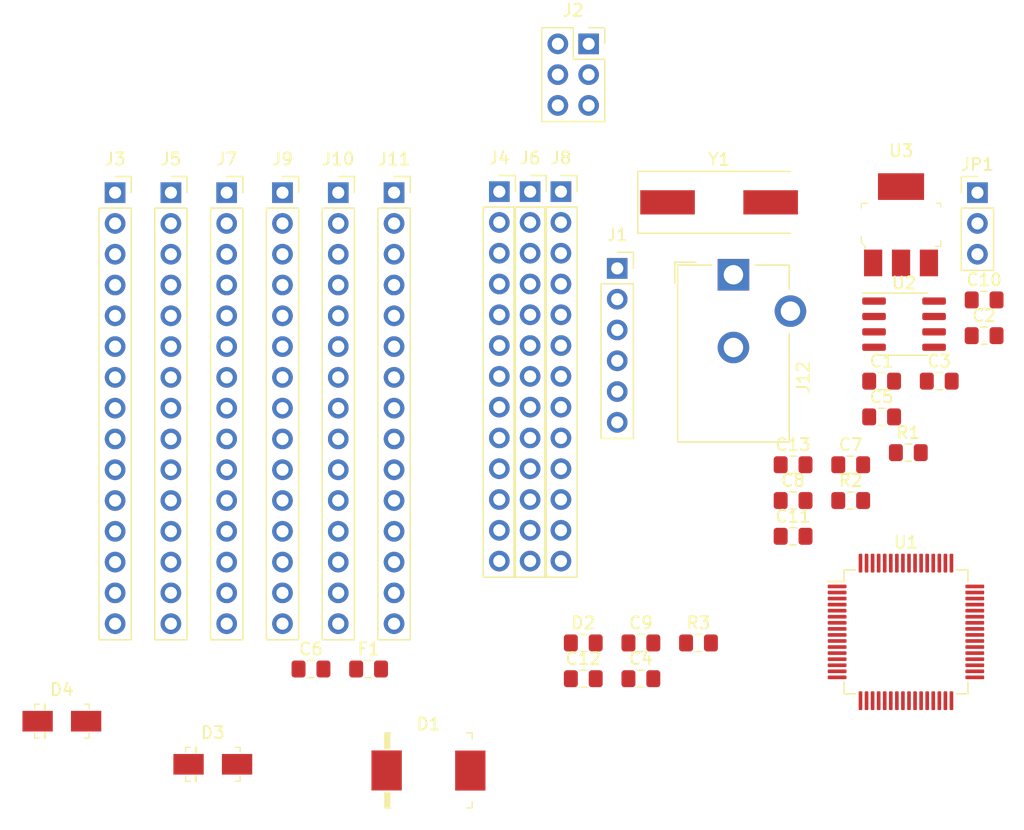
<source format=kicad_pcb>
(kicad_pcb (version 20171130) (host pcbnew 5.1.4)

  (general
    (thickness 1.6)
    (drawings 0)
    (tracks 0)
    (zones 0)
    (modules 38)
    (nets 67)
  )

  (page A4)
  (layers
    (0 F.Cu signal)
    (31 B.Cu signal)
    (32 B.Adhes user)
    (33 F.Adhes user)
    (34 B.Paste user)
    (35 F.Paste user)
    (36 B.SilkS user)
    (37 F.SilkS user)
    (38 B.Mask user)
    (39 F.Mask user)
    (40 Dwgs.User user)
    (41 Cmts.User user)
    (42 Eco1.User user)
    (43 Eco2.User user)
    (44 Edge.Cuts user)
    (45 Margin user)
    (46 B.CrtYd user)
    (47 F.CrtYd user)
    (48 B.Fab user)
    (49 F.Fab user)
  )

  (setup
    (last_trace_width 0.25)
    (trace_clearance 0.2)
    (zone_clearance 0.508)
    (zone_45_only no)
    (trace_min 0.2)
    (via_size 0.8)
    (via_drill 0.4)
    (via_min_size 0.4)
    (via_min_drill 0.3)
    (uvia_size 0.3)
    (uvia_drill 0.1)
    (uvias_allowed no)
    (uvia_min_size 0.2)
    (uvia_min_drill 0.1)
    (edge_width 0.05)
    (segment_width 0.2)
    (pcb_text_width 0.3)
    (pcb_text_size 1.5 1.5)
    (mod_edge_width 0.12)
    (mod_text_size 1 1)
    (mod_text_width 0.15)
    (pad_size 1.524 1.524)
    (pad_drill 0.762)
    (pad_to_mask_clearance 0.051)
    (solder_mask_min_width 0.25)
    (aux_axis_origin 0 0)
    (visible_elements FFFFF77F)
    (pcbplotparams
      (layerselection 0x010fc_ffffffff)
      (usegerberextensions false)
      (usegerberattributes false)
      (usegerberadvancedattributes false)
      (creategerberjobfile false)
      (excludeedgelayer true)
      (linewidth 0.100000)
      (plotframeref false)
      (viasonmask false)
      (mode 1)
      (useauxorigin false)
      (hpglpennumber 1)
      (hpglpenspeed 20)
      (hpglpendiameter 15.000000)
      (psnegative false)
      (psa4output false)
      (plotreference true)
      (plotvalue true)
      (plotinvisibletext false)
      (padsonsilk false)
      (subtractmaskfromsilk false)
      (outputformat 1)
      (mirror false)
      (drillshape 1)
      (scaleselection 1)
      (outputdirectory ""))
  )

  (net 0 "")
  (net 1 GND)
  (net 2 3V3)
  (net 3 NRST)
  (net 4 "Net-(C9-Pad1)")
  (net 5 "Net-(C10-Pad1)")
  (net 6 "Net-(C12-Pad1)")
  (net 7 "Net-(C13-Pad1)")
  (net 8 "Net-(D2-Pad2)")
  (net 9 "Net-(D2-Pad1)")
  (net 10 VIN)
  (net 11 12V)
  (net 12 5V)
  (net 13 CANL)
  (net 14 CANH)
  (net 15 SWO)
  (net 16 SWCLK)
  (net 17 SWDIO)
  (net 18 PC14)
  (net 19 PC13)
  (net 20 PC12)
  (net 21 PC11)
  (net 22 PC10)
  (net 23 PC9)
  (net 24 PC8)
  (net 25 PC7)
  (net 26 PC6)
  (net 27 PC5)
  (net 28 PC4)
  (net 29 PC3)
  (net 30 PC2)
  (net 31 PC1)
  (net 32 PC0)
  (net 33 PC15)
  (net 34 PA15)
  (net 35 PA10)
  (net 36 PA9)
  (net 37 PA8)
  (net 38 PA7)
  (net 39 PA6)
  (net 40 PA5)
  (net 41 PA4)
  (net 42 PA3)
  (net 43 PA2)
  (net 44 PA1)
  (net 45 PA0)
  (net 46 PB15)
  (net 47 PB14)
  (net 48 PB13)
  (net 49 PB12)
  (net 50 PB11)
  (net 51 PB10)
  (net 52 PB9)
  (net 53 PB8)
  (net 54 PB7)
  (net 55 PB6)
  (net 56 PB5)
  (net 57 PB4)
  (net 58 PB2)
  (net 59 PB1)
  (net 60 PB0)
  (net 61 "Net-(JP1-Pad3)")
  (net 62 "Net-(JP1-Pad1)")
  (net 63 CAN_TX)
  (net 64 CAN_RX)
  (net 65 "Net-(U2-Pad8)")
  (net 66 "Net-(U2-Pad5)")

  (net_class Default "This is the default net class."
    (clearance 0.2)
    (trace_width 0.25)
    (via_dia 0.8)
    (via_drill 0.4)
    (uvia_dia 0.3)
    (uvia_drill 0.1)
    (add_net 12V)
    (add_net 3V3)
    (add_net 5V)
    (add_net CANH)
    (add_net CANL)
    (add_net CAN_RX)
    (add_net CAN_TX)
    (add_net GND)
    (add_net NRST)
    (add_net "Net-(C10-Pad1)")
    (add_net "Net-(C12-Pad1)")
    (add_net "Net-(C13-Pad1)")
    (add_net "Net-(C9-Pad1)")
    (add_net "Net-(D2-Pad1)")
    (add_net "Net-(D2-Pad2)")
    (add_net "Net-(JP1-Pad1)")
    (add_net "Net-(JP1-Pad3)")
    (add_net "Net-(U2-Pad5)")
    (add_net "Net-(U2-Pad8)")
    (add_net PA0)
    (add_net PA1)
    (add_net PA10)
    (add_net PA15)
    (add_net PA2)
    (add_net PA3)
    (add_net PA4)
    (add_net PA5)
    (add_net PA6)
    (add_net PA7)
    (add_net PA8)
    (add_net PA9)
    (add_net PB0)
    (add_net PB1)
    (add_net PB10)
    (add_net PB11)
    (add_net PB12)
    (add_net PB13)
    (add_net PB14)
    (add_net PB15)
    (add_net PB2)
    (add_net PB4)
    (add_net PB5)
    (add_net PB6)
    (add_net PB7)
    (add_net PB8)
    (add_net PB9)
    (add_net PC0)
    (add_net PC1)
    (add_net PC10)
    (add_net PC11)
    (add_net PC12)
    (add_net PC13)
    (add_net PC14)
    (add_net PC15)
    (add_net PC2)
    (add_net PC3)
    (add_net PC4)
    (add_net PC5)
    (add_net PC6)
    (add_net PC7)
    (add_net PC8)
    (add_net PC9)
    (add_net SWCLK)
    (add_net SWDIO)
    (add_net SWO)
    (add_net VIN)
  )

  (module digikey-footprints:SOT-223 (layer F.Cu) (tedit 5D9D8617) (tstamp 5D9DD279)
    (at 106.0194 40.0717)
    (path /5D997889)
    (attr smd)
    (fp_text reference U3 (at 0 -6.1) (layer F.SilkS)
      (effects (font (size 1 1) (thickness 0.15)))
    )
    (fp_text value LD1117S33CTR (at 0.15 5.65) (layer F.Fab)
      (effects (font (size 1 1) (thickness 0.15)))
    )
    (fp_line (start 3.15 -1.65) (end 3.15 1.65) (layer F.Fab) (width 0.1))
    (fp_line (start -3.15 -1.65) (end 3.15 -1.65) (layer F.Fab) (width 0.1))
    (fp_text user %R (at -0.05 0.025) (layer F.Fab)
      (effects (font (size 1 1) (thickness 0.15)))
    )
    (fp_line (start 3.275 -1.775) (end 3.275 -1.475) (layer F.SilkS) (width 0.1))
    (fp_line (start 2.9 -1.775) (end 3.275 -1.775) (layer F.SilkS) (width 0.1))
    (fp_line (start -3.275 -1.775) (end -3.275 -1.375) (layer F.SilkS) (width 0.1))
    (fp_line (start -2.775 -1.775) (end -3.275 -1.775) (layer F.SilkS) (width 0.1))
    (fp_line (start 3.275 1.775) (end 2.825 1.775) (layer F.SilkS) (width 0.1))
    (fp_line (start 3.275 1.3) (end 3.275 1.775) (layer F.SilkS) (width 0.1))
    (fp_line (start -3.15 1.35) (end -2.875 1.65) (layer F.Fab) (width 0.1))
    (fp_line (start 3.15 1.65) (end -2.875 1.65) (layer F.Fab) (width 0.1))
    (fp_line (start -3.15 1.35) (end -3.15 -1.65) (layer F.Fab) (width 0.1))
    (fp_line (start 3.45 -4.45) (end 3.45 4.45) (layer F.CrtYd) (width 0.05))
    (fp_line (start 3.45 -4.45) (end -3.45 -4.45) (layer F.CrtYd) (width 0.05))
    (fp_line (start -3.45 -4.45) (end -3.45 4.45) (layer F.CrtYd) (width 0.05))
    (fp_line (start -3.45 4.45) (end 3.45 4.45) (layer F.CrtYd) (width 0.05))
    (fp_line (start -2.975 1.775) (end -2.975 1.97) (layer F.SilkS) (width 0.1))
    (fp_line (start -3.275 1.45) (end -2.975 1.775) (layer F.SilkS) (width 0.1))
    (fp_line (start -3.275 0.975) (end -3.275 1.45) (layer F.SilkS) (width 0.1))
    (pad 4 smd rect (at 0 -3.15) (size 3.8 2.2) (layers F.Cu F.Paste F.Mask)
      (net 2 3V3))
    (pad 1 smd rect (at -2.3 3.15) (size 1.5 2.2) (layers F.Cu F.Paste F.Mask)
      (net 1 GND))
    (pad 2 smd rect (at 0 3.15) (size 1.5 2.2) (layers F.Cu F.Paste F.Mask)
      (net 2 3V3))
    (pad 3 smd rect (at 2.3 3.15) (size 1.5 2.2) (layers F.Cu F.Paste F.Mask)
      (net 4 "Net-(C9-Pad1)"))
    (model ${KISYS3DMOD}/Package_TO_SOT_SMD.3dshapes/SOT-223.wrl
      (at (xyz 0 0 0))
      (scale (xyz 1 1 1))
      (rotate (xyz 0 0 -90))
    )
  )

  (module rahulsalvi:DO-214AB_no_polarity (layer F.Cu) (tedit 5D9D8555) (tstamp 5D9DCF9C)
    (at 67.056 85.09)
    (path /5D9916B7)
    (attr smd)
    (fp_text reference D1 (at 0 -3.83) (layer F.SilkS)
      (effects (font (size 1 1) (thickness 0.15)))
    )
    (fp_text value D_TVS (at -0.04 4.07) (layer F.Fab)
      (effects (font (size 1 1) (thickness 0.15)))
    )
    (fp_line (start -3.2 3.1) (end -3.2 1.8) (layer F.SilkS) (width 0.1))
    (fp_line (start -3.3 3.1) (end -3.3 1.8) (layer F.SilkS) (width 0.1))
    (fp_line (start -3.4 3.1) (end -3.4 1.8) (layer F.SilkS) (width 0.1))
    (fp_line (start -3.5 3.1) (end -3.5 1.8) (layer F.SilkS) (width 0.1))
    (fp_line (start -3.2 -3.1) (end -3.2 -1.8) (layer F.SilkS) (width 0.1))
    (fp_line (start -3.3 -3.1) (end -3.3 -1.8) (layer F.SilkS) (width 0.1))
    (fp_line (start -3.4 -3.1) (end -3.4 -1.8) (layer F.SilkS) (width 0.1))
    (fp_line (start -3.5 -3.1) (end -3.5 -1.8) (layer F.SilkS) (width 0.1))
    (fp_line (start -3.5 -3) (end -3.5 3) (layer F.Fab) (width 0.1))
    (fp_line (start 3.5 -3) (end 3.5 3) (layer F.Fab) (width 0.1))
    (fp_line (start -3.5 -3) (end 3.5 -3) (layer F.Fab) (width 0.1))
    (fp_line (start -3.5 3) (end 3.5 3) (layer F.Fab) (width 0.1))
    (fp_text user %R (at 0 0) (layer F.Fab)
      (effects (font (size 1 1) (thickness 0.15)))
    )
    (fp_line (start 3.6 -3.1) (end 3.1 -3.1) (layer F.SilkS) (width 0.1))
    (fp_line (start 3.6 -3.1) (end 3.6 -2.6) (layer F.SilkS) (width 0.1))
    (fp_line (start -3.6 -3.1) (end -3.1 -3.1) (layer F.SilkS) (width 0.1))
    (fp_line (start -3.6 -3.1) (end -3.6 -1.8) (layer F.SilkS) (width 0.1))
    (fp_line (start -3.6 3.1) (end -3.1 3.1) (layer F.SilkS) (width 0.1))
    (fp_line (start -3.6 3.1) (end -3.6 1.8) (layer F.SilkS) (width 0.1))
    (fp_line (start 3.6 3.1) (end 3.6 2.6) (layer F.SilkS) (width 0.1))
    (fp_line (start 3.6 3.1) (end 3.1 3.1) (layer F.SilkS) (width 0.1))
    (fp_line (start 4.95 3.25) (end 4.95 -3.25) (layer F.CrtYd) (width 0.05))
    (fp_line (start -4.95 3.25) (end -4.95 -3.25) (layer F.CrtYd) (width 0.05))
    (fp_line (start -4.95 -3.25) (end 4.95 -3.25) (layer F.CrtYd) (width 0.05))
    (fp_line (start -4.95 3.25) (end 4.95 3.25) (layer F.CrtYd) (width 0.05))
    (fp_line (start -3.6 -1.8) (end -3.2 -1.8) (layer F.SilkS) (width 0.1))
    (fp_line (start -3.6 1.8) (end -3.2 1.8) (layer F.SilkS) (width 0.1))
    (pad 1 smd rect (at -3.45 0) (size 2.5 3.300001) (layers F.Cu F.Paste F.Mask)
      (net 4 "Net-(C9-Pad1)"))
    (pad 2 smd rect (at 3.45 0.01) (size 2.5 3.300001) (layers F.Cu F.Paste F.Mask)
      (net 1 GND))
    (model ${RAHULSALVI}/rahulsalvi.3dshapes/do214ab.wrl
      (at (xyz 0 0 0))
      (scale (xyz 1 1 1))
      (rotate (xyz 0 0 0))
    )
  )

  (module digikey-footprints:DO-214AC (layer F.Cu) (tedit 5D9D8325) (tstamp 5D9DCFF3)
    (at 36.83 81.026)
    (path /5D9DF9B8)
    (attr smd)
    (fp_text reference D4 (at 0 -2.6) (layer F.SilkS)
      (effects (font (size 1 1) (thickness 0.15)))
    )
    (fp_text value B340A-13-F (at 0 2.45) (layer F.Fab)
      (effects (font (size 1 1) (thickness 0.15)))
    )
    (fp_line (start -2.15 -1.3) (end -2.15 1.3) (layer F.Fab) (width 0.1))
    (fp_line (start 2.15 -1.3) (end 2.15 1.3) (layer F.Fab) (width 0.1))
    (fp_line (start -2.15 -1.3) (end 2.15 -1.3) (layer F.Fab) (width 0.1))
    (fp_line (start -2.15 1.3) (end 2.15 1.3) (layer F.Fab) (width 0.1))
    (fp_text user %R (at 0.40894 0) (layer F.Fab)
      (effects (font (size 0.75 0.75) (thickness 0.075)))
    )
    (fp_line (start 2.25 -1.4) (end 2.25 -1) (layer F.SilkS) (width 0.1))
    (fp_line (start 2.25 -1.4) (end 1.85 -1.4) (layer F.SilkS) (width 0.1))
    (fp_line (start -2.25 -1.4) (end -1.85 -1.4) (layer F.SilkS) (width 0.1))
    (fp_line (start -2.25 -1.4) (end -2.25 -1) (layer F.SilkS) (width 0.1))
    (fp_line (start -2.25 1.4) (end -2.25 1) (layer F.SilkS) (width 0.1))
    (fp_line (start -2.25 1.4) (end -1.85 1.4) (layer F.SilkS) (width 0.1))
    (fp_line (start 2.25 1.4) (end 2.25 1) (layer F.SilkS) (width 0.1))
    (fp_line (start 2.25 1.4) (end 1.85 1.4) (layer F.SilkS) (width 0.1))
    (fp_line (start -3.5 -1.55) (end -3.5 1.55) (layer F.CrtYd) (width 0.05))
    (fp_line (start 3.5 -1.55) (end 3.5 1.55) (layer F.CrtYd) (width 0.05))
    (fp_line (start -3.5 -1.55) (end 3.5 -1.55) (layer F.CrtYd) (width 0.05))
    (fp_line (start -3.5 1.55) (end 3.5 1.55) (layer F.CrtYd) (width 0.05))
    (fp_line (start -1.36398 -1.39954) (end -1.44018 -1.39954) (layer F.SilkS) (width 0.1))
    (fp_line (start -1.36398 -0.93472) (end -1.36398 -1.39954) (layer F.SilkS) (width 0.1))
    (fp_line (start -1.44018 -0.93472) (end -1.36398 -0.93472) (layer F.SilkS) (width 0.1))
    (fp_line (start -1.44018 -1.39954) (end -1.44018 -0.93472) (layer F.SilkS) (width 0.1))
    (fp_line (start -1.36398 1.40208) (end -1.44018 1.40208) (layer F.SilkS) (width 0.1))
    (fp_line (start -1.36398 0.94234) (end -1.36398 1.40208) (layer F.SilkS) (width 0.1))
    (fp_line (start -1.44018 0.94234) (end -1.36398 0.94234) (layer F.SilkS) (width 0.1))
    (fp_line (start -1.44018 1.40208) (end -1.44018 0.94234) (layer F.SilkS) (width 0.1))
    (fp_line (start -1.36144 -1.30048) (end -1.44018 -1.30048) (layer F.Fab) (width 0.1))
    (fp_line (start -1.36398 1.30048) (end -1.36144 -1.30048) (layer F.Fab) (width 0.1))
    (fp_line (start -1.44018 1.30048) (end -1.36398 1.30048) (layer F.Fab) (width 0.1))
    (fp_line (start -1.44018 -1.30048) (end -1.44018 1.30048) (layer F.Fab) (width 0.1))
    (pad K smd rect (at -2 0) (size 2.5 1.7) (layers F.Cu F.Paste F.Mask)
      (net 10 VIN))
    (pad A smd rect (at 2 0) (size 2.5 1.7) (layers F.Cu F.Paste F.Mask)
      (net 12 5V))
    (model ${RAHULSALVI}/rahulsalvi.3dshapes/do214ac.wrl
      (at (xyz 0 0 0))
      (scale (xyz 1 1 1))
      (rotate (xyz 0 0 0))
    )
  )

  (module digikey-footprints:DO-214AC (layer F.Cu) (tedit 5D9D8325) (tstamp 5D9DCFD0)
    (at 49.276 84.582)
    (path /5D9DEDFD)
    (attr smd)
    (fp_text reference D3 (at 0 -2.6) (layer F.SilkS)
      (effects (font (size 1 1) (thickness 0.15)))
    )
    (fp_text value B340A-13-F (at 0 2.45) (layer F.Fab)
      (effects (font (size 1 1) (thickness 0.15)))
    )
    (fp_line (start -2.15 -1.3) (end -2.15 1.3) (layer F.Fab) (width 0.1))
    (fp_line (start 2.15 -1.3) (end 2.15 1.3) (layer F.Fab) (width 0.1))
    (fp_line (start -2.15 -1.3) (end 2.15 -1.3) (layer F.Fab) (width 0.1))
    (fp_line (start -2.15 1.3) (end 2.15 1.3) (layer F.Fab) (width 0.1))
    (fp_text user %R (at 0.40894 0) (layer F.Fab)
      (effects (font (size 0.75 0.75) (thickness 0.075)))
    )
    (fp_line (start 2.25 -1.4) (end 2.25 -1) (layer F.SilkS) (width 0.1))
    (fp_line (start 2.25 -1.4) (end 1.85 -1.4) (layer F.SilkS) (width 0.1))
    (fp_line (start -2.25 -1.4) (end -1.85 -1.4) (layer F.SilkS) (width 0.1))
    (fp_line (start -2.25 -1.4) (end -2.25 -1) (layer F.SilkS) (width 0.1))
    (fp_line (start -2.25 1.4) (end -2.25 1) (layer F.SilkS) (width 0.1))
    (fp_line (start -2.25 1.4) (end -1.85 1.4) (layer F.SilkS) (width 0.1))
    (fp_line (start 2.25 1.4) (end 2.25 1) (layer F.SilkS) (width 0.1))
    (fp_line (start 2.25 1.4) (end 1.85 1.4) (layer F.SilkS) (width 0.1))
    (fp_line (start -3.5 -1.55) (end -3.5 1.55) (layer F.CrtYd) (width 0.05))
    (fp_line (start 3.5 -1.55) (end 3.5 1.55) (layer F.CrtYd) (width 0.05))
    (fp_line (start -3.5 -1.55) (end 3.5 -1.55) (layer F.CrtYd) (width 0.05))
    (fp_line (start -3.5 1.55) (end 3.5 1.55) (layer F.CrtYd) (width 0.05))
    (fp_line (start -1.36398 -1.39954) (end -1.44018 -1.39954) (layer F.SilkS) (width 0.1))
    (fp_line (start -1.36398 -0.93472) (end -1.36398 -1.39954) (layer F.SilkS) (width 0.1))
    (fp_line (start -1.44018 -0.93472) (end -1.36398 -0.93472) (layer F.SilkS) (width 0.1))
    (fp_line (start -1.44018 -1.39954) (end -1.44018 -0.93472) (layer F.SilkS) (width 0.1))
    (fp_line (start -1.36398 1.40208) (end -1.44018 1.40208) (layer F.SilkS) (width 0.1))
    (fp_line (start -1.36398 0.94234) (end -1.36398 1.40208) (layer F.SilkS) (width 0.1))
    (fp_line (start -1.44018 0.94234) (end -1.36398 0.94234) (layer F.SilkS) (width 0.1))
    (fp_line (start -1.44018 1.40208) (end -1.44018 0.94234) (layer F.SilkS) (width 0.1))
    (fp_line (start -1.36144 -1.30048) (end -1.44018 -1.30048) (layer F.Fab) (width 0.1))
    (fp_line (start -1.36398 1.30048) (end -1.36144 -1.30048) (layer F.Fab) (width 0.1))
    (fp_line (start -1.44018 1.30048) (end -1.36398 1.30048) (layer F.Fab) (width 0.1))
    (fp_line (start -1.44018 -1.30048) (end -1.44018 1.30048) (layer F.Fab) (width 0.1))
    (pad K smd rect (at -2 0) (size 2.5 1.7) (layers F.Cu F.Paste F.Mask)
      (net 10 VIN))
    (pad A smd rect (at 2 0) (size 2.5 1.7) (layers F.Cu F.Paste F.Mask)
      (net 11 12V))
    (model ${RAHULSALVI}/rahulsalvi.3dshapes/do214ac.wrl
      (at (xyz 0 0 0))
      (scale (xyz 1 1 1))
      (rotate (xyz 0 0 0))
    )
  )

  (module Connector_BarrelJack:BarrelJack_CUI_PJ-102AH_Horizontal (layer F.Cu) (tedit 5A1DBF38) (tstamp 5D9DD18F)
    (at 92.202 44.196)
    (descr "Thin-pin DC Barrel Jack, https://cdn-shop.adafruit.com/datasheets/21mmdcjackDatasheet.pdf")
    (tags "Power Jack")
    (path /5F9451A5)
    (fp_text reference J12 (at 5.75 8.45 90) (layer F.SilkS)
      (effects (font (size 1 1) (thickness 0.15)))
    )
    (fp_text value ALT_PWR (at -5.5 6.2 90) (layer F.Fab)
      (effects (font (size 1 1) (thickness 0.15)))
    )
    (fp_line (start -4.5 10.2) (end 4.5 10.2) (layer F.Fab) (width 0.1))
    (fp_line (start -3.5 -0.7) (end 4.5 -0.7) (layer F.Fab) (width 0.1))
    (fp_line (start -4.5 0.3) (end -3.5 -0.7) (layer F.Fab) (width 0.1))
    (fp_line (start -4.5 13.7) (end -4.5 0.3) (layer F.Fab) (width 0.1))
    (fp_line (start 4.5 13.7) (end -4.5 13.7) (layer F.Fab) (width 0.1))
    (fp_line (start 4.5 -0.7) (end 4.5 13.7) (layer F.Fab) (width 0.1))
    (fp_line (start -4.84 -1.04) (end -3.1 -1.04) (layer F.SilkS) (width 0.12))
    (fp_line (start -4.84 0.7) (end -4.84 -1.04) (layer F.SilkS) (width 0.12))
    (fp_line (start 4.6 -0.8) (end 4.6 1.2) (layer F.SilkS) (width 0.12))
    (fp_line (start 1.8 -0.8) (end 4.6 -0.8) (layer F.SilkS) (width 0.12))
    (fp_line (start -4.6 -0.8) (end -1.8 -0.8) (layer F.SilkS) (width 0.12))
    (fp_line (start -4.6 13.8) (end -4.6 -0.8) (layer F.SilkS) (width 0.12))
    (fp_line (start 4.6 13.8) (end -4.6 13.8) (layer F.SilkS) (width 0.12))
    (fp_line (start 4.6 4.8) (end 4.6 13.8) (layer F.SilkS) (width 0.12))
    (fp_line (start -1.8 -1.8) (end 1.8 -1.8) (layer F.CrtYd) (width 0.05))
    (fp_line (start -1.8 -1.2) (end -1.8 -1.8) (layer F.CrtYd) (width 0.05))
    (fp_line (start -5 -1.2) (end -1.8 -1.2) (layer F.CrtYd) (width 0.05))
    (fp_line (start -5 14.2) (end -5 -1.2) (layer F.CrtYd) (width 0.05))
    (fp_line (start 5 14.2) (end -5 14.2) (layer F.CrtYd) (width 0.05))
    (fp_line (start 5 4.8) (end 5 14.2) (layer F.CrtYd) (width 0.05))
    (fp_line (start 6.5 4.8) (end 5 4.8) (layer F.CrtYd) (width 0.05))
    (fp_line (start 6.5 1.2) (end 6.5 4.8) (layer F.CrtYd) (width 0.05))
    (fp_line (start 5 1.2) (end 6.5 1.2) (layer F.CrtYd) (width 0.05))
    (fp_line (start 5 -1.2) (end 5 1.2) (layer F.CrtYd) (width 0.05))
    (fp_line (start 1.8 -1.2) (end 5 -1.2) (layer F.CrtYd) (width 0.05))
    (fp_line (start 1.8 -1.8) (end 1.8 -1.2) (layer F.CrtYd) (width 0.05))
    (fp_text user %R (at 0 6.5) (layer F.Fab)
      (effects (font (size 1 1) (thickness 0.15)))
    )
    (pad 3 thru_hole circle (at 4.7 3) (size 2.6 2.6) (drill 1.6) (layers *.Cu *.Mask))
    (pad 2 thru_hole circle (at 0 6) (size 2.6 2.6) (drill 1.6) (layers *.Cu *.Mask)
      (net 1 GND))
    (pad 1 thru_hole rect (at 0 0) (size 2.6 2.6) (drill 1.6) (layers *.Cu *.Mask)
      (net 12 5V))
    (model ${RAHULSALVI}/rahulsalvi.3dshapes/PJ-102AH.wrl
      (offset (xyz 0 -2.9718 0))
      (scale (xyz 1 1 1))
      (rotate (xyz 0 0 180))
    )
  )

  (module Crystal:Crystal_SMD_HC49-SD (layer F.Cu) (tedit 5A1AD52C) (tstamp 5D9DD28F)
    (at 91.0194 38.2217)
    (descr "SMD Crystal HC-49-SD http://cdn-reichelt.de/documents/datenblatt/B400/xxx-HC49-SMD.pdf, 11.4x4.7mm^2 package")
    (tags "SMD SMT crystal")
    (path /5DA251CF)
    (attr smd)
    (fp_text reference Y1 (at 0 -3.55) (layer F.SilkS)
      (effects (font (size 1 1) (thickness 0.15)))
    )
    (fp_text value 8MHz (at 0 3.55) (layer F.Fab)
      (effects (font (size 1 1) (thickness 0.15)))
    )
    (fp_arc (start 3.015 0) (end 3.015 -2.115) (angle 180) (layer F.Fab) (width 0.1))
    (fp_arc (start -3.015 0) (end -3.015 -2.115) (angle -180) (layer F.Fab) (width 0.1))
    (fp_line (start 6.8 -2.6) (end -6.8 -2.6) (layer F.CrtYd) (width 0.05))
    (fp_line (start 6.8 2.6) (end 6.8 -2.6) (layer F.CrtYd) (width 0.05))
    (fp_line (start -6.8 2.6) (end 6.8 2.6) (layer F.CrtYd) (width 0.05))
    (fp_line (start -6.8 -2.6) (end -6.8 2.6) (layer F.CrtYd) (width 0.05))
    (fp_line (start -6.7 2.55) (end 5.9 2.55) (layer F.SilkS) (width 0.12))
    (fp_line (start -6.7 -2.55) (end -6.7 2.55) (layer F.SilkS) (width 0.12))
    (fp_line (start 5.9 -2.55) (end -6.7 -2.55) (layer F.SilkS) (width 0.12))
    (fp_line (start -3.015 2.115) (end 3.015 2.115) (layer F.Fab) (width 0.1))
    (fp_line (start -3.015 -2.115) (end 3.015 -2.115) (layer F.Fab) (width 0.1))
    (fp_line (start 5.7 -2.35) (end -5.7 -2.35) (layer F.Fab) (width 0.1))
    (fp_line (start 5.7 2.35) (end 5.7 -2.35) (layer F.Fab) (width 0.1))
    (fp_line (start -5.7 2.35) (end 5.7 2.35) (layer F.Fab) (width 0.1))
    (fp_line (start -5.7 -2.35) (end -5.7 2.35) (layer F.Fab) (width 0.1))
    (fp_text user %R (at 0 0) (layer F.Fab)
      (effects (font (size 1 1) (thickness 0.15)))
    )
    (pad 2 smd rect (at 4.25 0) (size 4.5 2) (layers F.Cu F.Paste F.Mask)
      (net 7 "Net-(C13-Pad1)"))
    (pad 1 smd rect (at -4.25 0) (size 4.5 2) (layers F.Cu F.Paste F.Mask)
      (net 6 "Net-(C12-Pad1)"))
    (model ${KISYS3DMOD}/Crystal.3dshapes/Crystal_SMD_HC49-SD.wrl
      (at (xyz 0 0 0))
      (scale (xyz 1 1 1))
      (rotate (xyz 0 0 0))
    )
  )

  (module Connector_PinSocket_2.54mm:PinSocket_2x03_P2.54mm_Vertical (layer F.Cu) (tedit 5A19A425) (tstamp 5D9DD038)
    (at 80.264 25.146)
    (descr "Through hole straight socket strip, 2x03, 2.54mm pitch, double cols (from Kicad 4.0.7), script generated")
    (tags "Through hole socket strip THT 2x03 2.54mm double row")
    (path /5F651D79)
    (fp_text reference J2 (at -1.27 -2.77) (layer F.SilkS)
      (effects (font (size 1 1) (thickness 0.15)))
    )
    (fp_text value DEBUG (at -1.27 7.85) (layer F.Fab)
      (effects (font (size 1 1) (thickness 0.15)))
    )
    (fp_text user %R (at -1.27 2.54 90) (layer F.Fab)
      (effects (font (size 1 1) (thickness 0.15)))
    )
    (fp_line (start -4.34 6.85) (end -4.34 -1.8) (layer F.CrtYd) (width 0.05))
    (fp_line (start 1.76 6.85) (end -4.34 6.85) (layer F.CrtYd) (width 0.05))
    (fp_line (start 1.76 -1.8) (end 1.76 6.85) (layer F.CrtYd) (width 0.05))
    (fp_line (start -4.34 -1.8) (end 1.76 -1.8) (layer F.CrtYd) (width 0.05))
    (fp_line (start 0 -1.33) (end 1.33 -1.33) (layer F.SilkS) (width 0.12))
    (fp_line (start 1.33 -1.33) (end 1.33 0) (layer F.SilkS) (width 0.12))
    (fp_line (start -1.27 -1.33) (end -1.27 1.27) (layer F.SilkS) (width 0.12))
    (fp_line (start -1.27 1.27) (end 1.33 1.27) (layer F.SilkS) (width 0.12))
    (fp_line (start 1.33 1.27) (end 1.33 6.41) (layer F.SilkS) (width 0.12))
    (fp_line (start -3.87 6.41) (end 1.33 6.41) (layer F.SilkS) (width 0.12))
    (fp_line (start -3.87 -1.33) (end -3.87 6.41) (layer F.SilkS) (width 0.12))
    (fp_line (start -3.87 -1.33) (end -1.27 -1.33) (layer F.SilkS) (width 0.12))
    (fp_line (start -3.81 6.35) (end -3.81 -1.27) (layer F.Fab) (width 0.1))
    (fp_line (start 1.27 6.35) (end -3.81 6.35) (layer F.Fab) (width 0.1))
    (fp_line (start 1.27 -0.27) (end 1.27 6.35) (layer F.Fab) (width 0.1))
    (fp_line (start 0.27 -1.27) (end 1.27 -0.27) (layer F.Fab) (width 0.1))
    (fp_line (start -3.81 -1.27) (end 0.27 -1.27) (layer F.Fab) (width 0.1))
    (pad 6 thru_hole oval (at -2.54 5.08) (size 1.7 1.7) (drill 1) (layers *.Cu *.Mask)
      (net 3 NRST))
    (pad 5 thru_hole oval (at 0 5.08) (size 1.7 1.7) (drill 1) (layers *.Cu *.Mask)
      (net 15 SWO))
    (pad 4 thru_hole oval (at -2.54 2.54) (size 1.7 1.7) (drill 1) (layers *.Cu *.Mask)
      (net 16 SWCLK))
    (pad 3 thru_hole oval (at 0 2.54) (size 1.7 1.7) (drill 1) (layers *.Cu *.Mask)
      (net 17 SWDIO))
    (pad 2 thru_hole oval (at -2.54 0) (size 1.7 1.7) (drill 1) (layers *.Cu *.Mask)
      (net 1 GND))
    (pad 1 thru_hole rect (at 0 0) (size 1.7 1.7) (drill 1) (layers *.Cu *.Mask)
      (net 2 3V3))
    (model ${KISYS3DMOD}/Connector_PinSocket_2.54mm.3dshapes/PinSocket_2x03_P2.54mm_Vertical.wrl
      (at (xyz 0 0 0))
      (scale (xyz 1 1 1))
      (rotate (xyz 0 0 0))
    )
  )

  (module Package_SO:SOIC-8_3.9x4.9mm_P1.27mm (layer F.Cu) (tedit 5C97300E) (tstamp 5D9DD25E)
    (at 106.2694 48.2717)
    (descr "SOIC, 8 Pin (JEDEC MS-012AA, https://www.analog.com/media/en/package-pcb-resources/package/pkg_pdf/soic_narrow-r/r_8.pdf), generated with kicad-footprint-generator ipc_gullwing_generator.py")
    (tags "SOIC SO")
    (path /5C777E12)
    (attr smd)
    (fp_text reference U2 (at 0 -3.4) (layer F.SilkS)
      (effects (font (size 1 1) (thickness 0.15)))
    )
    (fp_text value SN65HVD232 (at 0 3.4) (layer F.Fab)
      (effects (font (size 1 1) (thickness 0.15)))
    )
    (fp_text user %R (at 0 0) (layer F.Fab)
      (effects (font (size 0.98 0.98) (thickness 0.15)))
    )
    (fp_line (start 3.7 -2.7) (end -3.7 -2.7) (layer F.CrtYd) (width 0.05))
    (fp_line (start 3.7 2.7) (end 3.7 -2.7) (layer F.CrtYd) (width 0.05))
    (fp_line (start -3.7 2.7) (end 3.7 2.7) (layer F.CrtYd) (width 0.05))
    (fp_line (start -3.7 -2.7) (end -3.7 2.7) (layer F.CrtYd) (width 0.05))
    (fp_line (start -1.95 -1.475) (end -0.975 -2.45) (layer F.Fab) (width 0.1))
    (fp_line (start -1.95 2.45) (end -1.95 -1.475) (layer F.Fab) (width 0.1))
    (fp_line (start 1.95 2.45) (end -1.95 2.45) (layer F.Fab) (width 0.1))
    (fp_line (start 1.95 -2.45) (end 1.95 2.45) (layer F.Fab) (width 0.1))
    (fp_line (start -0.975 -2.45) (end 1.95 -2.45) (layer F.Fab) (width 0.1))
    (fp_line (start 0 -2.56) (end -3.45 -2.56) (layer F.SilkS) (width 0.12))
    (fp_line (start 0 -2.56) (end 1.95 -2.56) (layer F.SilkS) (width 0.12))
    (fp_line (start 0 2.56) (end -1.95 2.56) (layer F.SilkS) (width 0.12))
    (fp_line (start 0 2.56) (end 1.95 2.56) (layer F.SilkS) (width 0.12))
    (pad 8 smd roundrect (at 2.475 -1.905) (size 1.95 0.6) (layers F.Cu F.Paste F.Mask) (roundrect_rratio 0.25)
      (net 65 "Net-(U2-Pad8)"))
    (pad 7 smd roundrect (at 2.475 -0.635) (size 1.95 0.6) (layers F.Cu F.Paste F.Mask) (roundrect_rratio 0.25)
      (net 14 CANH))
    (pad 6 smd roundrect (at 2.475 0.635) (size 1.95 0.6) (layers F.Cu F.Paste F.Mask) (roundrect_rratio 0.25)
      (net 13 CANL))
    (pad 5 smd roundrect (at 2.475 1.905) (size 1.95 0.6) (layers F.Cu F.Paste F.Mask) (roundrect_rratio 0.25)
      (net 66 "Net-(U2-Pad5)"))
    (pad 4 smd roundrect (at -2.475 1.905) (size 1.95 0.6) (layers F.Cu F.Paste F.Mask) (roundrect_rratio 0.25)
      (net 64 CAN_RX))
    (pad 3 smd roundrect (at -2.475 0.635) (size 1.95 0.6) (layers F.Cu F.Paste F.Mask) (roundrect_rratio 0.25)
      (net 2 3V3))
    (pad 2 smd roundrect (at -2.475 -0.635) (size 1.95 0.6) (layers F.Cu F.Paste F.Mask) (roundrect_rratio 0.25)
      (net 1 GND))
    (pad 1 smd roundrect (at -2.475 -1.905) (size 1.95 0.6) (layers F.Cu F.Paste F.Mask) (roundrect_rratio 0.25)
      (net 63 CAN_TX))
    (model ${KISYS3DMOD}/Package_SO.3dshapes/SOIC-8_3.9x4.9mm_P1.27mm.wrl
      (at (xyz 0 0 0))
      (scale (xyz 1 1 1))
      (rotate (xyz 0 0 0))
    )
  )

  (module Package_QFP:LQFP-64_10x10mm_P0.5mm (layer F.Cu) (tedit 5C194D4E) (tstamp 5D9DD244)
    (at 106.426 73.66)
    (descr "LQFP, 64 Pin (https://www.analog.com/media/en/technical-documentation/data-sheets/ad7606_7606-6_7606-4.pdf), generated with kicad-footprint-generator ipc_gullwing_generator.py")
    (tags "LQFP QFP")
    (path /5D98E814)
    (attr smd)
    (fp_text reference U1 (at 0 -7.4) (layer F.SilkS)
      (effects (font (size 1 1) (thickness 0.15)))
    )
    (fp_text value STM32F103R8Tx (at 0 7.4) (layer F.Fab)
      (effects (font (size 1 1) (thickness 0.15)))
    )
    (fp_text user %R (at 0 0) (layer F.Fab)
      (effects (font (size 1 1) (thickness 0.15)))
    )
    (fp_line (start 6.7 4.15) (end 6.7 0) (layer F.CrtYd) (width 0.05))
    (fp_line (start 5.25 4.15) (end 6.7 4.15) (layer F.CrtYd) (width 0.05))
    (fp_line (start 5.25 5.25) (end 5.25 4.15) (layer F.CrtYd) (width 0.05))
    (fp_line (start 4.15 5.25) (end 5.25 5.25) (layer F.CrtYd) (width 0.05))
    (fp_line (start 4.15 6.7) (end 4.15 5.25) (layer F.CrtYd) (width 0.05))
    (fp_line (start 0 6.7) (end 4.15 6.7) (layer F.CrtYd) (width 0.05))
    (fp_line (start -6.7 4.15) (end -6.7 0) (layer F.CrtYd) (width 0.05))
    (fp_line (start -5.25 4.15) (end -6.7 4.15) (layer F.CrtYd) (width 0.05))
    (fp_line (start -5.25 5.25) (end -5.25 4.15) (layer F.CrtYd) (width 0.05))
    (fp_line (start -4.15 5.25) (end -5.25 5.25) (layer F.CrtYd) (width 0.05))
    (fp_line (start -4.15 6.7) (end -4.15 5.25) (layer F.CrtYd) (width 0.05))
    (fp_line (start 0 6.7) (end -4.15 6.7) (layer F.CrtYd) (width 0.05))
    (fp_line (start 6.7 -4.15) (end 6.7 0) (layer F.CrtYd) (width 0.05))
    (fp_line (start 5.25 -4.15) (end 6.7 -4.15) (layer F.CrtYd) (width 0.05))
    (fp_line (start 5.25 -5.25) (end 5.25 -4.15) (layer F.CrtYd) (width 0.05))
    (fp_line (start 4.15 -5.25) (end 5.25 -5.25) (layer F.CrtYd) (width 0.05))
    (fp_line (start 4.15 -6.7) (end 4.15 -5.25) (layer F.CrtYd) (width 0.05))
    (fp_line (start 0 -6.7) (end 4.15 -6.7) (layer F.CrtYd) (width 0.05))
    (fp_line (start -6.7 -4.15) (end -6.7 0) (layer F.CrtYd) (width 0.05))
    (fp_line (start -5.25 -4.15) (end -6.7 -4.15) (layer F.CrtYd) (width 0.05))
    (fp_line (start -5.25 -5.25) (end -5.25 -4.15) (layer F.CrtYd) (width 0.05))
    (fp_line (start -4.15 -5.25) (end -5.25 -5.25) (layer F.CrtYd) (width 0.05))
    (fp_line (start -4.15 -6.7) (end -4.15 -5.25) (layer F.CrtYd) (width 0.05))
    (fp_line (start 0 -6.7) (end -4.15 -6.7) (layer F.CrtYd) (width 0.05))
    (fp_line (start -5 -4) (end -4 -5) (layer F.Fab) (width 0.1))
    (fp_line (start -5 5) (end -5 -4) (layer F.Fab) (width 0.1))
    (fp_line (start 5 5) (end -5 5) (layer F.Fab) (width 0.1))
    (fp_line (start 5 -5) (end 5 5) (layer F.Fab) (width 0.1))
    (fp_line (start -4 -5) (end 5 -5) (layer F.Fab) (width 0.1))
    (fp_line (start -5.11 -4.16) (end -6.45 -4.16) (layer F.SilkS) (width 0.12))
    (fp_line (start -5.11 -5.11) (end -5.11 -4.16) (layer F.SilkS) (width 0.12))
    (fp_line (start -4.16 -5.11) (end -5.11 -5.11) (layer F.SilkS) (width 0.12))
    (fp_line (start 5.11 -5.11) (end 5.11 -4.16) (layer F.SilkS) (width 0.12))
    (fp_line (start 4.16 -5.11) (end 5.11 -5.11) (layer F.SilkS) (width 0.12))
    (fp_line (start -5.11 5.11) (end -5.11 4.16) (layer F.SilkS) (width 0.12))
    (fp_line (start -4.16 5.11) (end -5.11 5.11) (layer F.SilkS) (width 0.12))
    (fp_line (start 5.11 5.11) (end 5.11 4.16) (layer F.SilkS) (width 0.12))
    (fp_line (start 4.16 5.11) (end 5.11 5.11) (layer F.SilkS) (width 0.12))
    (pad 64 smd roundrect (at -3.75 -5.675) (size 0.3 1.55) (layers F.Cu F.Paste F.Mask) (roundrect_rratio 0.25)
      (net 2 3V3))
    (pad 63 smd roundrect (at -3.25 -5.675) (size 0.3 1.55) (layers F.Cu F.Paste F.Mask) (roundrect_rratio 0.25)
      (net 1 GND))
    (pad 62 smd roundrect (at -2.75 -5.675) (size 0.3 1.55) (layers F.Cu F.Paste F.Mask) (roundrect_rratio 0.25)
      (net 52 PB9))
    (pad 61 smd roundrect (at -2.25 -5.675) (size 0.3 1.55) (layers F.Cu F.Paste F.Mask) (roundrect_rratio 0.25)
      (net 53 PB8))
    (pad 60 smd roundrect (at -1.75 -5.675) (size 0.3 1.55) (layers F.Cu F.Paste F.Mask) (roundrect_rratio 0.25)
      (net 1 GND))
    (pad 59 smd roundrect (at -1.25 -5.675) (size 0.3 1.55) (layers F.Cu F.Paste F.Mask) (roundrect_rratio 0.25)
      (net 54 PB7))
    (pad 58 smd roundrect (at -0.75 -5.675) (size 0.3 1.55) (layers F.Cu F.Paste F.Mask) (roundrect_rratio 0.25)
      (net 55 PB6))
    (pad 57 smd roundrect (at -0.25 -5.675) (size 0.3 1.55) (layers F.Cu F.Paste F.Mask) (roundrect_rratio 0.25)
      (net 56 PB5))
    (pad 56 smd roundrect (at 0.25 -5.675) (size 0.3 1.55) (layers F.Cu F.Paste F.Mask) (roundrect_rratio 0.25)
      (net 57 PB4))
    (pad 55 smd roundrect (at 0.75 -5.675) (size 0.3 1.55) (layers F.Cu F.Paste F.Mask) (roundrect_rratio 0.25)
      (net 15 SWO))
    (pad 54 smd roundrect (at 1.25 -5.675) (size 0.3 1.55) (layers F.Cu F.Paste F.Mask) (roundrect_rratio 0.25)
      (net 9 "Net-(D2-Pad1)"))
    (pad 53 smd roundrect (at 1.75 -5.675) (size 0.3 1.55) (layers F.Cu F.Paste F.Mask) (roundrect_rratio 0.25)
      (net 20 PC12))
    (pad 52 smd roundrect (at 2.25 -5.675) (size 0.3 1.55) (layers F.Cu F.Paste F.Mask) (roundrect_rratio 0.25)
      (net 21 PC11))
    (pad 51 smd roundrect (at 2.75 -5.675) (size 0.3 1.55) (layers F.Cu F.Paste F.Mask) (roundrect_rratio 0.25)
      (net 22 PC10))
    (pad 50 smd roundrect (at 3.25 -5.675) (size 0.3 1.55) (layers F.Cu F.Paste F.Mask) (roundrect_rratio 0.25)
      (net 34 PA15))
    (pad 49 smd roundrect (at 3.75 -5.675) (size 0.3 1.55) (layers F.Cu F.Paste F.Mask) (roundrect_rratio 0.25)
      (net 16 SWCLK))
    (pad 48 smd roundrect (at 5.675 -3.75) (size 1.55 0.3) (layers F.Cu F.Paste F.Mask) (roundrect_rratio 0.25)
      (net 2 3V3))
    (pad 47 smd roundrect (at 5.675 -3.25) (size 1.55 0.3) (layers F.Cu F.Paste F.Mask) (roundrect_rratio 0.25)
      (net 1 GND))
    (pad 46 smd roundrect (at 5.675 -2.75) (size 1.55 0.3) (layers F.Cu F.Paste F.Mask) (roundrect_rratio 0.25)
      (net 17 SWDIO))
    (pad 45 smd roundrect (at 5.675 -2.25) (size 1.55 0.3) (layers F.Cu F.Paste F.Mask) (roundrect_rratio 0.25)
      (net 63 CAN_TX))
    (pad 44 smd roundrect (at 5.675 -1.75) (size 1.55 0.3) (layers F.Cu F.Paste F.Mask) (roundrect_rratio 0.25)
      (net 64 CAN_RX))
    (pad 43 smd roundrect (at 5.675 -1.25) (size 1.55 0.3) (layers F.Cu F.Paste F.Mask) (roundrect_rratio 0.25)
      (net 35 PA10))
    (pad 42 smd roundrect (at 5.675 -0.75) (size 1.55 0.3) (layers F.Cu F.Paste F.Mask) (roundrect_rratio 0.25)
      (net 36 PA9))
    (pad 41 smd roundrect (at 5.675 -0.25) (size 1.55 0.3) (layers F.Cu F.Paste F.Mask) (roundrect_rratio 0.25)
      (net 37 PA8))
    (pad 40 smd roundrect (at 5.675 0.25) (size 1.55 0.3) (layers F.Cu F.Paste F.Mask) (roundrect_rratio 0.25)
      (net 23 PC9))
    (pad 39 smd roundrect (at 5.675 0.75) (size 1.55 0.3) (layers F.Cu F.Paste F.Mask) (roundrect_rratio 0.25)
      (net 24 PC8))
    (pad 38 smd roundrect (at 5.675 1.25) (size 1.55 0.3) (layers F.Cu F.Paste F.Mask) (roundrect_rratio 0.25)
      (net 25 PC7))
    (pad 37 smd roundrect (at 5.675 1.75) (size 1.55 0.3) (layers F.Cu F.Paste F.Mask) (roundrect_rratio 0.25)
      (net 26 PC6))
    (pad 36 smd roundrect (at 5.675 2.25) (size 1.55 0.3) (layers F.Cu F.Paste F.Mask) (roundrect_rratio 0.25)
      (net 46 PB15))
    (pad 35 smd roundrect (at 5.675 2.75) (size 1.55 0.3) (layers F.Cu F.Paste F.Mask) (roundrect_rratio 0.25)
      (net 47 PB14))
    (pad 34 smd roundrect (at 5.675 3.25) (size 1.55 0.3) (layers F.Cu F.Paste F.Mask) (roundrect_rratio 0.25)
      (net 48 PB13))
    (pad 33 smd roundrect (at 5.675 3.75) (size 1.55 0.3) (layers F.Cu F.Paste F.Mask) (roundrect_rratio 0.25)
      (net 49 PB12))
    (pad 32 smd roundrect (at 3.75 5.675) (size 0.3 1.55) (layers F.Cu F.Paste F.Mask) (roundrect_rratio 0.25)
      (net 2 3V3))
    (pad 31 smd roundrect (at 3.25 5.675) (size 0.3 1.55) (layers F.Cu F.Paste F.Mask) (roundrect_rratio 0.25)
      (net 1 GND))
    (pad 30 smd roundrect (at 2.75 5.675) (size 0.3 1.55) (layers F.Cu F.Paste F.Mask) (roundrect_rratio 0.25)
      (net 50 PB11))
    (pad 29 smd roundrect (at 2.25 5.675) (size 0.3 1.55) (layers F.Cu F.Paste F.Mask) (roundrect_rratio 0.25)
      (net 51 PB10))
    (pad 28 smd roundrect (at 1.75 5.675) (size 0.3 1.55) (layers F.Cu F.Paste F.Mask) (roundrect_rratio 0.25)
      (net 58 PB2))
    (pad 27 smd roundrect (at 1.25 5.675) (size 0.3 1.55) (layers F.Cu F.Paste F.Mask) (roundrect_rratio 0.25)
      (net 59 PB1))
    (pad 26 smd roundrect (at 0.75 5.675) (size 0.3 1.55) (layers F.Cu F.Paste F.Mask) (roundrect_rratio 0.25)
      (net 60 PB0))
    (pad 25 smd roundrect (at 0.25 5.675) (size 0.3 1.55) (layers F.Cu F.Paste F.Mask) (roundrect_rratio 0.25)
      (net 27 PC5))
    (pad 24 smd roundrect (at -0.25 5.675) (size 0.3 1.55) (layers F.Cu F.Paste F.Mask) (roundrect_rratio 0.25)
      (net 28 PC4))
    (pad 23 smd roundrect (at -0.75 5.675) (size 0.3 1.55) (layers F.Cu F.Paste F.Mask) (roundrect_rratio 0.25)
      (net 38 PA7))
    (pad 22 smd roundrect (at -1.25 5.675) (size 0.3 1.55) (layers F.Cu F.Paste F.Mask) (roundrect_rratio 0.25)
      (net 39 PA6))
    (pad 21 smd roundrect (at -1.75 5.675) (size 0.3 1.55) (layers F.Cu F.Paste F.Mask) (roundrect_rratio 0.25)
      (net 40 PA5))
    (pad 20 smd roundrect (at -2.25 5.675) (size 0.3 1.55) (layers F.Cu F.Paste F.Mask) (roundrect_rratio 0.25)
      (net 41 PA4))
    (pad 19 smd roundrect (at -2.75 5.675) (size 0.3 1.55) (layers F.Cu F.Paste F.Mask) (roundrect_rratio 0.25)
      (net 2 3V3))
    (pad 18 smd roundrect (at -3.25 5.675) (size 0.3 1.55) (layers F.Cu F.Paste F.Mask) (roundrect_rratio 0.25)
      (net 1 GND))
    (pad 17 smd roundrect (at -3.75 5.675) (size 0.3 1.55) (layers F.Cu F.Paste F.Mask) (roundrect_rratio 0.25)
      (net 42 PA3))
    (pad 16 smd roundrect (at -5.675 3.75) (size 1.55 0.3) (layers F.Cu F.Paste F.Mask) (roundrect_rratio 0.25)
      (net 43 PA2))
    (pad 15 smd roundrect (at -5.675 3.25) (size 1.55 0.3) (layers F.Cu F.Paste F.Mask) (roundrect_rratio 0.25)
      (net 44 PA1))
    (pad 14 smd roundrect (at -5.675 2.75) (size 1.55 0.3) (layers F.Cu F.Paste F.Mask) (roundrect_rratio 0.25)
      (net 45 PA0))
    (pad 13 smd roundrect (at -5.675 2.25) (size 1.55 0.3) (layers F.Cu F.Paste F.Mask) (roundrect_rratio 0.25)
      (net 2 3V3))
    (pad 12 smd roundrect (at -5.675 1.75) (size 1.55 0.3) (layers F.Cu F.Paste F.Mask) (roundrect_rratio 0.25)
      (net 1 GND))
    (pad 11 smd roundrect (at -5.675 1.25) (size 1.55 0.3) (layers F.Cu F.Paste F.Mask) (roundrect_rratio 0.25)
      (net 29 PC3))
    (pad 10 smd roundrect (at -5.675 0.75) (size 1.55 0.3) (layers F.Cu F.Paste F.Mask) (roundrect_rratio 0.25)
      (net 30 PC2))
    (pad 9 smd roundrect (at -5.675 0.25) (size 1.55 0.3) (layers F.Cu F.Paste F.Mask) (roundrect_rratio 0.25)
      (net 31 PC1))
    (pad 8 smd roundrect (at -5.675 -0.25) (size 1.55 0.3) (layers F.Cu F.Paste F.Mask) (roundrect_rratio 0.25)
      (net 32 PC0))
    (pad 7 smd roundrect (at -5.675 -0.75) (size 1.55 0.3) (layers F.Cu F.Paste F.Mask) (roundrect_rratio 0.25)
      (net 3 NRST))
    (pad 6 smd roundrect (at -5.675 -1.25) (size 1.55 0.3) (layers F.Cu F.Paste F.Mask) (roundrect_rratio 0.25)
      (net 7 "Net-(C13-Pad1)"))
    (pad 5 smd roundrect (at -5.675 -1.75) (size 1.55 0.3) (layers F.Cu F.Paste F.Mask) (roundrect_rratio 0.25)
      (net 6 "Net-(C12-Pad1)"))
    (pad 4 smd roundrect (at -5.675 -2.25) (size 1.55 0.3) (layers F.Cu F.Paste F.Mask) (roundrect_rratio 0.25)
      (net 33 PC15))
    (pad 3 smd roundrect (at -5.675 -2.75) (size 1.55 0.3) (layers F.Cu F.Paste F.Mask) (roundrect_rratio 0.25)
      (net 18 PC14))
    (pad 2 smd roundrect (at -5.675 -3.25) (size 1.55 0.3) (layers F.Cu F.Paste F.Mask) (roundrect_rratio 0.25)
      (net 19 PC13))
    (pad 1 smd roundrect (at -5.675 -3.75) (size 1.55 0.3) (layers F.Cu F.Paste F.Mask) (roundrect_rratio 0.25)
      (net 2 3V3))
    (model ${KISYS3DMOD}/Package_QFP.3dshapes/LQFP-64_10x10mm_P0.5mm.wrl
      (at (xyz 0 0 0))
      (scale (xyz 1 1 1))
      (rotate (xyz 0 0 0))
    )
  )

  (module Resistor_SMD:R_0805_2012Metric_Pad1.15x1.40mm_HandSolder (layer F.Cu) (tedit 5B36C52B) (tstamp 5D9DD1D9)
    (at 89.3194 74.5717)
    (descr "Resistor SMD 0805 (2012 Metric), square (rectangular) end terminal, IPC_7351 nominal with elongated pad for handsoldering. (Body size source: https://docs.google.com/spreadsheets/d/1BsfQQcO9C6DZCsRaXUlFlo91Tg2WpOkGARC1WS5S8t0/edit?usp=sharing), generated with kicad-footprint-generator")
    (tags "resistor handsolder")
    (path /5DCF4306)
    (attr smd)
    (fp_text reference R3 (at 0 -1.65) (layer F.SilkS)
      (effects (font (size 1 1) (thickness 0.15)))
    )
    (fp_text value 68 (at 0 1.65) (layer F.Fab)
      (effects (font (size 1 1) (thickness 0.15)))
    )
    (fp_text user %R (at 0 0) (layer F.Fab)
      (effects (font (size 0.5 0.5) (thickness 0.08)))
    )
    (fp_line (start 1.85 0.95) (end -1.85 0.95) (layer F.CrtYd) (width 0.05))
    (fp_line (start 1.85 -0.95) (end 1.85 0.95) (layer F.CrtYd) (width 0.05))
    (fp_line (start -1.85 -0.95) (end 1.85 -0.95) (layer F.CrtYd) (width 0.05))
    (fp_line (start -1.85 0.95) (end -1.85 -0.95) (layer F.CrtYd) (width 0.05))
    (fp_line (start -0.261252 0.71) (end 0.261252 0.71) (layer F.SilkS) (width 0.12))
    (fp_line (start -0.261252 -0.71) (end 0.261252 -0.71) (layer F.SilkS) (width 0.12))
    (fp_line (start 1 0.6) (end -1 0.6) (layer F.Fab) (width 0.1))
    (fp_line (start 1 -0.6) (end 1 0.6) (layer F.Fab) (width 0.1))
    (fp_line (start -1 -0.6) (end 1 -0.6) (layer F.Fab) (width 0.1))
    (fp_line (start -1 0.6) (end -1 -0.6) (layer F.Fab) (width 0.1))
    (pad 2 smd roundrect (at 1.025 0) (size 1.15 1.4) (layers F.Cu F.Paste F.Mask) (roundrect_rratio 0.217391)
      (net 8 "Net-(D2-Pad2)"))
    (pad 1 smd roundrect (at -1.025 0) (size 1.15 1.4) (layers F.Cu F.Paste F.Mask) (roundrect_rratio 0.217391)
      (net 2 3V3))
    (model ${KISYS3DMOD}/Resistor_SMD.3dshapes/R_0805_2012Metric.wrl
      (at (xyz 0 0 0))
      (scale (xyz 1 1 1))
      (rotate (xyz 0 0 0))
    )
  )

  (module Resistor_SMD:R_0805_2012Metric_Pad1.15x1.40mm_HandSolder (layer F.Cu) (tedit 5B36C52B) (tstamp 5D9DD1C8)
    (at 101.8694 62.8217)
    (descr "Resistor SMD 0805 (2012 Metric), square (rectangular) end terminal, IPC_7351 nominal with elongated pad for handsoldering. (Body size source: https://docs.google.com/spreadsheets/d/1BsfQQcO9C6DZCsRaXUlFlo91Tg2WpOkGARC1WS5S8t0/edit?usp=sharing), generated with kicad-footprint-generator")
    (tags "resistor handsolder")
    (path /5C77A163)
    (attr smd)
    (fp_text reference R2 (at 0 -1.65) (layer F.SilkS)
      (effects (font (size 1 1) (thickness 0.15)))
    )
    (fp_text value 60 (at 0 1.65) (layer F.Fab)
      (effects (font (size 1 1) (thickness 0.15)))
    )
    (fp_text user %R (at 0 0) (layer F.Fab)
      (effects (font (size 0.5 0.5) (thickness 0.08)))
    )
    (fp_line (start 1.85 0.95) (end -1.85 0.95) (layer F.CrtYd) (width 0.05))
    (fp_line (start 1.85 -0.95) (end 1.85 0.95) (layer F.CrtYd) (width 0.05))
    (fp_line (start -1.85 -0.95) (end 1.85 -0.95) (layer F.CrtYd) (width 0.05))
    (fp_line (start -1.85 0.95) (end -1.85 -0.95) (layer F.CrtYd) (width 0.05))
    (fp_line (start -0.261252 0.71) (end 0.261252 0.71) (layer F.SilkS) (width 0.12))
    (fp_line (start -0.261252 -0.71) (end 0.261252 -0.71) (layer F.SilkS) (width 0.12))
    (fp_line (start 1 0.6) (end -1 0.6) (layer F.Fab) (width 0.1))
    (fp_line (start 1 -0.6) (end 1 0.6) (layer F.Fab) (width 0.1))
    (fp_line (start -1 -0.6) (end 1 -0.6) (layer F.Fab) (width 0.1))
    (fp_line (start -1 0.6) (end -1 -0.6) (layer F.Fab) (width 0.1))
    (pad 2 smd roundrect (at 1.025 0) (size 1.15 1.4) (layers F.Cu F.Paste F.Mask) (roundrect_rratio 0.217391)
      (net 13 CANL))
    (pad 1 smd roundrect (at -1.025 0) (size 1.15 1.4) (layers F.Cu F.Paste F.Mask) (roundrect_rratio 0.217391)
      (net 5 "Net-(C10-Pad1)"))
    (model ${KISYS3DMOD}/Resistor_SMD.3dshapes/R_0805_2012Metric.wrl
      (at (xyz 0 0 0))
      (scale (xyz 1 1 1))
      (rotate (xyz 0 0 0))
    )
  )

  (module Resistor_SMD:R_0805_2012Metric_Pad1.15x1.40mm_HandSolder (layer F.Cu) (tedit 5B36C52B) (tstamp 5D9DD1B7)
    (at 106.6194 58.8717)
    (descr "Resistor SMD 0805 (2012 Metric), square (rectangular) end terminal, IPC_7351 nominal with elongated pad for handsoldering. (Body size source: https://docs.google.com/spreadsheets/d/1BsfQQcO9C6DZCsRaXUlFlo91Tg2WpOkGARC1WS5S8t0/edit?usp=sharing), generated with kicad-footprint-generator")
    (tags "resistor handsolder")
    (path /5C77A030)
    (attr smd)
    (fp_text reference R1 (at 0 -1.65) (layer F.SilkS)
      (effects (font (size 1 1) (thickness 0.15)))
    )
    (fp_text value 60 (at 0 1.65) (layer F.Fab)
      (effects (font (size 1 1) (thickness 0.15)))
    )
    (fp_text user %R (at 0 0) (layer F.Fab)
      (effects (font (size 0.5 0.5) (thickness 0.08)))
    )
    (fp_line (start 1.85 0.95) (end -1.85 0.95) (layer F.CrtYd) (width 0.05))
    (fp_line (start 1.85 -0.95) (end 1.85 0.95) (layer F.CrtYd) (width 0.05))
    (fp_line (start -1.85 -0.95) (end 1.85 -0.95) (layer F.CrtYd) (width 0.05))
    (fp_line (start -1.85 0.95) (end -1.85 -0.95) (layer F.CrtYd) (width 0.05))
    (fp_line (start -0.261252 0.71) (end 0.261252 0.71) (layer F.SilkS) (width 0.12))
    (fp_line (start -0.261252 -0.71) (end 0.261252 -0.71) (layer F.SilkS) (width 0.12))
    (fp_line (start 1 0.6) (end -1 0.6) (layer F.Fab) (width 0.1))
    (fp_line (start 1 -0.6) (end 1 0.6) (layer F.Fab) (width 0.1))
    (fp_line (start -1 -0.6) (end 1 -0.6) (layer F.Fab) (width 0.1))
    (fp_line (start -1 0.6) (end -1 -0.6) (layer F.Fab) (width 0.1))
    (pad 2 smd roundrect (at 1.025 0) (size 1.15 1.4) (layers F.Cu F.Paste F.Mask) (roundrect_rratio 0.217391)
      (net 14 CANH))
    (pad 1 smd roundrect (at -1.025 0) (size 1.15 1.4) (layers F.Cu F.Paste F.Mask) (roundrect_rratio 0.217391)
      (net 62 "Net-(JP1-Pad1)"))
    (model ${KISYS3DMOD}/Resistor_SMD.3dshapes/R_0805_2012Metric.wrl
      (at (xyz 0 0 0))
      (scale (xyz 1 1 1))
      (rotate (xyz 0 0 0))
    )
  )

  (module Connector_PinHeader_2.54mm:PinHeader_1x03_P2.54mm_Vertical (layer F.Cu) (tedit 59FED5CC) (tstamp 5D9DD1A6)
    (at 112.3194 37.4217)
    (descr "Through hole straight pin header, 1x03, 2.54mm pitch, single row")
    (tags "Through hole pin header THT 1x03 2.54mm single row")
    (path /5CCE34F7)
    (fp_text reference JP1 (at 0 -2.33) (layer F.SilkS)
      (effects (font (size 1 1) (thickness 0.15)))
    )
    (fp_text value CAN_TERM (at 0 7.41) (layer F.Fab)
      (effects (font (size 1 1) (thickness 0.15)))
    )
    (fp_text user %R (at 0 2.54 90) (layer F.Fab)
      (effects (font (size 1 1) (thickness 0.15)))
    )
    (fp_line (start 1.8 -1.8) (end -1.8 -1.8) (layer F.CrtYd) (width 0.05))
    (fp_line (start 1.8 6.85) (end 1.8 -1.8) (layer F.CrtYd) (width 0.05))
    (fp_line (start -1.8 6.85) (end 1.8 6.85) (layer F.CrtYd) (width 0.05))
    (fp_line (start -1.8 -1.8) (end -1.8 6.85) (layer F.CrtYd) (width 0.05))
    (fp_line (start -1.33 -1.33) (end 0 -1.33) (layer F.SilkS) (width 0.12))
    (fp_line (start -1.33 0) (end -1.33 -1.33) (layer F.SilkS) (width 0.12))
    (fp_line (start -1.33 1.27) (end 1.33 1.27) (layer F.SilkS) (width 0.12))
    (fp_line (start 1.33 1.27) (end 1.33 6.41) (layer F.SilkS) (width 0.12))
    (fp_line (start -1.33 1.27) (end -1.33 6.41) (layer F.SilkS) (width 0.12))
    (fp_line (start -1.33 6.41) (end 1.33 6.41) (layer F.SilkS) (width 0.12))
    (fp_line (start -1.27 -0.635) (end -0.635 -1.27) (layer F.Fab) (width 0.1))
    (fp_line (start -1.27 6.35) (end -1.27 -0.635) (layer F.Fab) (width 0.1))
    (fp_line (start 1.27 6.35) (end -1.27 6.35) (layer F.Fab) (width 0.1))
    (fp_line (start 1.27 -1.27) (end 1.27 6.35) (layer F.Fab) (width 0.1))
    (fp_line (start -0.635 -1.27) (end 1.27 -1.27) (layer F.Fab) (width 0.1))
    (pad 3 thru_hole oval (at 0 5.08) (size 1.7 1.7) (drill 1) (layers *.Cu *.Mask)
      (net 61 "Net-(JP1-Pad3)"))
    (pad 2 thru_hole oval (at 0 2.54) (size 1.7 1.7) (drill 1) (layers *.Cu *.Mask)
      (net 5 "Net-(C10-Pad1)"))
    (pad 1 thru_hole rect (at 0 0) (size 1.7 1.7) (drill 1) (layers *.Cu *.Mask)
      (net 62 "Net-(JP1-Pad1)"))
    (model ${KISYS3DMOD}/Connector_PinHeader_2.54mm.3dshapes/PinHeader_1x03_P2.54mm_Vertical.wrl
      (at (xyz 0 0 0))
      (scale (xyz 1 1 1))
      (rotate (xyz 0 0 0))
    )
  )

  (module Connector_PinSocket_2.54mm:PinSocket_1x15_P2.54mm_Vertical (layer F.Cu) (tedit 5A19A41D) (tstamp 5D9DD16D)
    (at 64.2194 37.4217)
    (descr "Through hole straight socket strip, 1x15, 2.54mm pitch, single row (from Kicad 4.0.7), script generated")
    (tags "Through hole socket strip THT 1x15 2.54mm single row")
    (path /5E12681C)
    (fp_text reference J11 (at 0 -2.77) (layer F.SilkS)
      (effects (font (size 1 1) (thickness 0.15)))
    )
    (fp_text value Conn_01x15 (at 0 38.33) (layer F.Fab)
      (effects (font (size 1 1) (thickness 0.15)))
    )
    (fp_text user %R (at 0 17.78 90) (layer F.Fab)
      (effects (font (size 1 1) (thickness 0.15)))
    )
    (fp_line (start -1.8 37.3) (end -1.8 -1.8) (layer F.CrtYd) (width 0.05))
    (fp_line (start 1.75 37.3) (end -1.8 37.3) (layer F.CrtYd) (width 0.05))
    (fp_line (start 1.75 -1.8) (end 1.75 37.3) (layer F.CrtYd) (width 0.05))
    (fp_line (start -1.8 -1.8) (end 1.75 -1.8) (layer F.CrtYd) (width 0.05))
    (fp_line (start 0 -1.33) (end 1.33 -1.33) (layer F.SilkS) (width 0.12))
    (fp_line (start 1.33 -1.33) (end 1.33 0) (layer F.SilkS) (width 0.12))
    (fp_line (start 1.33 1.27) (end 1.33 36.89) (layer F.SilkS) (width 0.12))
    (fp_line (start -1.33 36.89) (end 1.33 36.89) (layer F.SilkS) (width 0.12))
    (fp_line (start -1.33 1.27) (end -1.33 36.89) (layer F.SilkS) (width 0.12))
    (fp_line (start -1.33 1.27) (end 1.33 1.27) (layer F.SilkS) (width 0.12))
    (fp_line (start -1.27 36.83) (end -1.27 -1.27) (layer F.Fab) (width 0.1))
    (fp_line (start 1.27 36.83) (end -1.27 36.83) (layer F.Fab) (width 0.1))
    (fp_line (start 1.27 -0.635) (end 1.27 36.83) (layer F.Fab) (width 0.1))
    (fp_line (start 0.635 -1.27) (end 1.27 -0.635) (layer F.Fab) (width 0.1))
    (fp_line (start -1.27 -1.27) (end 0.635 -1.27) (layer F.Fab) (width 0.1))
    (pad 15 thru_hole oval (at 0 35.56) (size 1.7 1.7) (drill 1) (layers *.Cu *.Mask)
      (net 1 GND))
    (pad 14 thru_hole oval (at 0 33.02) (size 1.7 1.7) (drill 1) (layers *.Cu *.Mask)
      (net 1 GND))
    (pad 13 thru_hole oval (at 0 30.48) (size 1.7 1.7) (drill 1) (layers *.Cu *.Mask)
      (net 1 GND))
    (pad 12 thru_hole oval (at 0 27.94) (size 1.7 1.7) (drill 1) (layers *.Cu *.Mask)
      (net 1 GND))
    (pad 11 thru_hole oval (at 0 25.4) (size 1.7 1.7) (drill 1) (layers *.Cu *.Mask)
      (net 1 GND))
    (pad 10 thru_hole oval (at 0 22.86) (size 1.7 1.7) (drill 1) (layers *.Cu *.Mask)
      (net 1 GND))
    (pad 9 thru_hole oval (at 0 20.32) (size 1.7 1.7) (drill 1) (layers *.Cu *.Mask)
      (net 1 GND))
    (pad 8 thru_hole oval (at 0 17.78) (size 1.7 1.7) (drill 1) (layers *.Cu *.Mask)
      (net 1 GND))
    (pad 7 thru_hole oval (at 0 15.24) (size 1.7 1.7) (drill 1) (layers *.Cu *.Mask)
      (net 1 GND))
    (pad 6 thru_hole oval (at 0 12.7) (size 1.7 1.7) (drill 1) (layers *.Cu *.Mask)
      (net 1 GND))
    (pad 5 thru_hole oval (at 0 10.16) (size 1.7 1.7) (drill 1) (layers *.Cu *.Mask)
      (net 1 GND))
    (pad 4 thru_hole oval (at 0 7.62) (size 1.7 1.7) (drill 1) (layers *.Cu *.Mask)
      (net 1 GND))
    (pad 3 thru_hole oval (at 0 5.08) (size 1.7 1.7) (drill 1) (layers *.Cu *.Mask)
      (net 1 GND))
    (pad 2 thru_hole oval (at 0 2.54) (size 1.7 1.7) (drill 1) (layers *.Cu *.Mask)
      (net 1 GND))
    (pad 1 thru_hole rect (at 0 0) (size 1.7 1.7) (drill 1) (layers *.Cu *.Mask)
      (net 1 GND))
    (model ${KISYS3DMOD}/Connector_PinSocket_2.54mm.3dshapes/PinSocket_1x15_P2.54mm_Vertical.wrl
      (at (xyz 0 0 0))
      (scale (xyz 1 1 1))
      (rotate (xyz 0 0 0))
    )
  )

  (module Connector_PinSocket_2.54mm:PinSocket_1x15_P2.54mm_Vertical (layer F.Cu) (tedit 5A19A41D) (tstamp 5D9DD14A)
    (at 59.6194 37.4217)
    (descr "Through hole straight socket strip, 1x15, 2.54mm pitch, single row (from Kicad 4.0.7), script generated")
    (tags "Through hole socket strip THT 1x15 2.54mm single row")
    (path /5E125661)
    (fp_text reference J10 (at 0 -2.77) (layer F.SilkS)
      (effects (font (size 1 1) (thickness 0.15)))
    )
    (fp_text value Conn_01x15 (at 0 38.33) (layer F.Fab)
      (effects (font (size 1 1) (thickness 0.15)))
    )
    (fp_text user %R (at 0 17.78 90) (layer F.Fab)
      (effects (font (size 1 1) (thickness 0.15)))
    )
    (fp_line (start -1.8 37.3) (end -1.8 -1.8) (layer F.CrtYd) (width 0.05))
    (fp_line (start 1.75 37.3) (end -1.8 37.3) (layer F.CrtYd) (width 0.05))
    (fp_line (start 1.75 -1.8) (end 1.75 37.3) (layer F.CrtYd) (width 0.05))
    (fp_line (start -1.8 -1.8) (end 1.75 -1.8) (layer F.CrtYd) (width 0.05))
    (fp_line (start 0 -1.33) (end 1.33 -1.33) (layer F.SilkS) (width 0.12))
    (fp_line (start 1.33 -1.33) (end 1.33 0) (layer F.SilkS) (width 0.12))
    (fp_line (start 1.33 1.27) (end 1.33 36.89) (layer F.SilkS) (width 0.12))
    (fp_line (start -1.33 36.89) (end 1.33 36.89) (layer F.SilkS) (width 0.12))
    (fp_line (start -1.33 1.27) (end -1.33 36.89) (layer F.SilkS) (width 0.12))
    (fp_line (start -1.33 1.27) (end 1.33 1.27) (layer F.SilkS) (width 0.12))
    (fp_line (start -1.27 36.83) (end -1.27 -1.27) (layer F.Fab) (width 0.1))
    (fp_line (start 1.27 36.83) (end -1.27 36.83) (layer F.Fab) (width 0.1))
    (fp_line (start 1.27 -0.635) (end 1.27 36.83) (layer F.Fab) (width 0.1))
    (fp_line (start 0.635 -1.27) (end 1.27 -0.635) (layer F.Fab) (width 0.1))
    (fp_line (start -1.27 -1.27) (end 0.635 -1.27) (layer F.Fab) (width 0.1))
    (pad 15 thru_hole oval (at 0 35.56) (size 1.7 1.7) (drill 1) (layers *.Cu *.Mask)
      (net 2 3V3))
    (pad 14 thru_hole oval (at 0 33.02) (size 1.7 1.7) (drill 1) (layers *.Cu *.Mask)
      (net 2 3V3))
    (pad 13 thru_hole oval (at 0 30.48) (size 1.7 1.7) (drill 1) (layers *.Cu *.Mask)
      (net 2 3V3))
    (pad 12 thru_hole oval (at 0 27.94) (size 1.7 1.7) (drill 1) (layers *.Cu *.Mask)
      (net 2 3V3))
    (pad 11 thru_hole oval (at 0 25.4) (size 1.7 1.7) (drill 1) (layers *.Cu *.Mask)
      (net 2 3V3))
    (pad 10 thru_hole oval (at 0 22.86) (size 1.7 1.7) (drill 1) (layers *.Cu *.Mask)
      (net 2 3V3))
    (pad 9 thru_hole oval (at 0 20.32) (size 1.7 1.7) (drill 1) (layers *.Cu *.Mask)
      (net 2 3V3))
    (pad 8 thru_hole oval (at 0 17.78) (size 1.7 1.7) (drill 1) (layers *.Cu *.Mask)
      (net 2 3V3))
    (pad 7 thru_hole oval (at 0 15.24) (size 1.7 1.7) (drill 1) (layers *.Cu *.Mask)
      (net 2 3V3))
    (pad 6 thru_hole oval (at 0 12.7) (size 1.7 1.7) (drill 1) (layers *.Cu *.Mask)
      (net 2 3V3))
    (pad 5 thru_hole oval (at 0 10.16) (size 1.7 1.7) (drill 1) (layers *.Cu *.Mask)
      (net 2 3V3))
    (pad 4 thru_hole oval (at 0 7.62) (size 1.7 1.7) (drill 1) (layers *.Cu *.Mask)
      (net 2 3V3))
    (pad 3 thru_hole oval (at 0 5.08) (size 1.7 1.7) (drill 1) (layers *.Cu *.Mask)
      (net 2 3V3))
    (pad 2 thru_hole oval (at 0 2.54) (size 1.7 1.7) (drill 1) (layers *.Cu *.Mask)
      (net 2 3V3))
    (pad 1 thru_hole rect (at 0 0) (size 1.7 1.7) (drill 1) (layers *.Cu *.Mask)
      (net 2 3V3))
    (model ${KISYS3DMOD}/Connector_PinSocket_2.54mm.3dshapes/PinSocket_1x15_P2.54mm_Vertical.wrl
      (at (xyz 0 0 0))
      (scale (xyz 1 1 1))
      (rotate (xyz 0 0 0))
    )
  )

  (module Connector_PinSocket_2.54mm:PinSocket_1x15_P2.54mm_Vertical (layer F.Cu) (tedit 5A19A41D) (tstamp 5D9DD127)
    (at 55.0194 37.4217)
    (descr "Through hole straight socket strip, 1x15, 2.54mm pitch, single row (from Kicad 4.0.7), script generated")
    (tags "Through hole socket strip THT 1x15 2.54mm single row")
    (path /5E123394)
    (fp_text reference J9 (at 0 -2.77) (layer F.SilkS)
      (effects (font (size 1 1) (thickness 0.15)))
    )
    (fp_text value Conn_01x15 (at 0 38.33) (layer F.Fab)
      (effects (font (size 1 1) (thickness 0.15)))
    )
    (fp_text user %R (at 0 17.78 90) (layer F.Fab)
      (effects (font (size 1 1) (thickness 0.15)))
    )
    (fp_line (start -1.8 37.3) (end -1.8 -1.8) (layer F.CrtYd) (width 0.05))
    (fp_line (start 1.75 37.3) (end -1.8 37.3) (layer F.CrtYd) (width 0.05))
    (fp_line (start 1.75 -1.8) (end 1.75 37.3) (layer F.CrtYd) (width 0.05))
    (fp_line (start -1.8 -1.8) (end 1.75 -1.8) (layer F.CrtYd) (width 0.05))
    (fp_line (start 0 -1.33) (end 1.33 -1.33) (layer F.SilkS) (width 0.12))
    (fp_line (start 1.33 -1.33) (end 1.33 0) (layer F.SilkS) (width 0.12))
    (fp_line (start 1.33 1.27) (end 1.33 36.89) (layer F.SilkS) (width 0.12))
    (fp_line (start -1.33 36.89) (end 1.33 36.89) (layer F.SilkS) (width 0.12))
    (fp_line (start -1.33 1.27) (end -1.33 36.89) (layer F.SilkS) (width 0.12))
    (fp_line (start -1.33 1.27) (end 1.33 1.27) (layer F.SilkS) (width 0.12))
    (fp_line (start -1.27 36.83) (end -1.27 -1.27) (layer F.Fab) (width 0.1))
    (fp_line (start 1.27 36.83) (end -1.27 36.83) (layer F.Fab) (width 0.1))
    (fp_line (start 1.27 -0.635) (end 1.27 36.83) (layer F.Fab) (width 0.1))
    (fp_line (start 0.635 -1.27) (end 1.27 -0.635) (layer F.Fab) (width 0.1))
    (fp_line (start -1.27 -1.27) (end 0.635 -1.27) (layer F.Fab) (width 0.1))
    (pad 15 thru_hole oval (at 0 35.56) (size 1.7 1.7) (drill 1) (layers *.Cu *.Mask)
      (net 46 PB15))
    (pad 14 thru_hole oval (at 0 33.02) (size 1.7 1.7) (drill 1) (layers *.Cu *.Mask)
      (net 47 PB14))
    (pad 13 thru_hole oval (at 0 30.48) (size 1.7 1.7) (drill 1) (layers *.Cu *.Mask)
      (net 48 PB13))
    (pad 12 thru_hole oval (at 0 27.94) (size 1.7 1.7) (drill 1) (layers *.Cu *.Mask)
      (net 49 PB12))
    (pad 11 thru_hole oval (at 0 25.4) (size 1.7 1.7) (drill 1) (layers *.Cu *.Mask)
      (net 50 PB11))
    (pad 10 thru_hole oval (at 0 22.86) (size 1.7 1.7) (drill 1) (layers *.Cu *.Mask)
      (net 51 PB10))
    (pad 9 thru_hole oval (at 0 20.32) (size 1.7 1.7) (drill 1) (layers *.Cu *.Mask)
      (net 52 PB9))
    (pad 8 thru_hole oval (at 0 17.78) (size 1.7 1.7) (drill 1) (layers *.Cu *.Mask)
      (net 53 PB8))
    (pad 7 thru_hole oval (at 0 15.24) (size 1.7 1.7) (drill 1) (layers *.Cu *.Mask)
      (net 54 PB7))
    (pad 6 thru_hole oval (at 0 12.7) (size 1.7 1.7) (drill 1) (layers *.Cu *.Mask)
      (net 55 PB6))
    (pad 5 thru_hole oval (at 0 10.16) (size 1.7 1.7) (drill 1) (layers *.Cu *.Mask)
      (net 56 PB5))
    (pad 4 thru_hole oval (at 0 7.62) (size 1.7 1.7) (drill 1) (layers *.Cu *.Mask)
      (net 57 PB4))
    (pad 3 thru_hole oval (at 0 5.08) (size 1.7 1.7) (drill 1) (layers *.Cu *.Mask)
      (net 58 PB2))
    (pad 2 thru_hole oval (at 0 2.54) (size 1.7 1.7) (drill 1) (layers *.Cu *.Mask)
      (net 59 PB1))
    (pad 1 thru_hole rect (at 0 0) (size 1.7 1.7) (drill 1) (layers *.Cu *.Mask)
      (net 60 PB0))
    (model ${KISYS3DMOD}/Connector_PinSocket_2.54mm.3dshapes/PinSocket_1x15_P2.54mm_Vertical.wrl
      (at (xyz 0 0 0))
      (scale (xyz 1 1 1))
      (rotate (xyz 0 0 0))
    )
  )

  (module Connector_PinSocket_2.54mm:PinSocket_1x13_P2.54mm_Vertical (layer F.Cu) (tedit 5A19A421) (tstamp 5D9DD104)
    (at 77.978 37.338)
    (descr "Through hole straight socket strip, 1x13, 2.54mm pitch, single row (from Kicad 4.0.7), script generated")
    (tags "Through hole socket strip THT 1x13 2.54mm single row")
    (path /5E640590)
    (fp_text reference J8 (at 0 -2.77) (layer F.SilkS)
      (effects (font (size 1 1) (thickness 0.15)))
    )
    (fp_text value Conn_01x13 (at 0 33.25) (layer F.Fab)
      (effects (font (size 1 1) (thickness 0.15)))
    )
    (fp_text user %R (at 0 15.24 90) (layer F.Fab)
      (effects (font (size 1 1) (thickness 0.15)))
    )
    (fp_line (start -1.8 32.25) (end -1.8 -1.8) (layer F.CrtYd) (width 0.05))
    (fp_line (start 1.75 32.25) (end -1.8 32.25) (layer F.CrtYd) (width 0.05))
    (fp_line (start 1.75 -1.8) (end 1.75 32.25) (layer F.CrtYd) (width 0.05))
    (fp_line (start -1.8 -1.8) (end 1.75 -1.8) (layer F.CrtYd) (width 0.05))
    (fp_line (start 0 -1.33) (end 1.33 -1.33) (layer F.SilkS) (width 0.12))
    (fp_line (start 1.33 -1.33) (end 1.33 0) (layer F.SilkS) (width 0.12))
    (fp_line (start 1.33 1.27) (end 1.33 31.81) (layer F.SilkS) (width 0.12))
    (fp_line (start -1.33 31.81) (end 1.33 31.81) (layer F.SilkS) (width 0.12))
    (fp_line (start -1.33 1.27) (end -1.33 31.81) (layer F.SilkS) (width 0.12))
    (fp_line (start -1.33 1.27) (end 1.33 1.27) (layer F.SilkS) (width 0.12))
    (fp_line (start -1.27 31.75) (end -1.27 -1.27) (layer F.Fab) (width 0.1))
    (fp_line (start 1.27 31.75) (end -1.27 31.75) (layer F.Fab) (width 0.1))
    (fp_line (start 1.27 -0.635) (end 1.27 31.75) (layer F.Fab) (width 0.1))
    (fp_line (start 0.635 -1.27) (end 1.27 -0.635) (layer F.Fab) (width 0.1))
    (fp_line (start -1.27 -1.27) (end 0.635 -1.27) (layer F.Fab) (width 0.1))
    (pad 13 thru_hole oval (at 0 30.48) (size 1.7 1.7) (drill 1) (layers *.Cu *.Mask)
      (net 1 GND))
    (pad 12 thru_hole oval (at 0 27.94) (size 1.7 1.7) (drill 1) (layers *.Cu *.Mask)
      (net 1 GND))
    (pad 11 thru_hole oval (at 0 25.4) (size 1.7 1.7) (drill 1) (layers *.Cu *.Mask)
      (net 1 GND))
    (pad 10 thru_hole oval (at 0 22.86) (size 1.7 1.7) (drill 1) (layers *.Cu *.Mask)
      (net 1 GND))
    (pad 9 thru_hole oval (at 0 20.32) (size 1.7 1.7) (drill 1) (layers *.Cu *.Mask)
      (net 1 GND))
    (pad 8 thru_hole oval (at 0 17.78) (size 1.7 1.7) (drill 1) (layers *.Cu *.Mask)
      (net 1 GND))
    (pad 7 thru_hole oval (at 0 15.24) (size 1.7 1.7) (drill 1) (layers *.Cu *.Mask)
      (net 1 GND))
    (pad 6 thru_hole oval (at 0 12.7) (size 1.7 1.7) (drill 1) (layers *.Cu *.Mask)
      (net 1 GND))
    (pad 5 thru_hole oval (at 0 10.16) (size 1.7 1.7) (drill 1) (layers *.Cu *.Mask)
      (net 1 GND))
    (pad 4 thru_hole oval (at 0 7.62) (size 1.7 1.7) (drill 1) (layers *.Cu *.Mask)
      (net 1 GND))
    (pad 3 thru_hole oval (at 0 5.08) (size 1.7 1.7) (drill 1) (layers *.Cu *.Mask)
      (net 1 GND))
    (pad 2 thru_hole oval (at 0 2.54) (size 1.7 1.7) (drill 1) (layers *.Cu *.Mask)
      (net 1 GND))
    (pad 1 thru_hole rect (at 0 0) (size 1.7 1.7) (drill 1) (layers *.Cu *.Mask)
      (net 1 GND))
    (model ${KISYS3DMOD}/Connector_PinSocket_2.54mm.3dshapes/PinSocket_1x13_P2.54mm_Vertical.wrl
      (at (xyz 0 0 0))
      (scale (xyz 1 1 1))
      (rotate (xyz 0 0 0))
    )
  )

  (module Connector_PinSocket_2.54mm:PinSocket_1x15_P2.54mm_Vertical (layer F.Cu) (tedit 5A19A41D) (tstamp 5D9DD0E3)
    (at 50.4194 37.4217)
    (descr "Through hole straight socket strip, 1x15, 2.54mm pitch, single row (from Kicad 4.0.7), script generated")
    (tags "Through hole socket strip THT 1x15 2.54mm single row")
    (path /5DDB8782)
    (fp_text reference J7 (at 0 -2.77) (layer F.SilkS)
      (effects (font (size 1 1) (thickness 0.15)))
    )
    (fp_text value Conn_01x15 (at 0 38.33) (layer F.Fab)
      (effects (font (size 1 1) (thickness 0.15)))
    )
    (fp_text user %R (at 0 17.78 90) (layer F.Fab)
      (effects (font (size 1 1) (thickness 0.15)))
    )
    (fp_line (start -1.8 37.3) (end -1.8 -1.8) (layer F.CrtYd) (width 0.05))
    (fp_line (start 1.75 37.3) (end -1.8 37.3) (layer F.CrtYd) (width 0.05))
    (fp_line (start 1.75 -1.8) (end 1.75 37.3) (layer F.CrtYd) (width 0.05))
    (fp_line (start -1.8 -1.8) (end 1.75 -1.8) (layer F.CrtYd) (width 0.05))
    (fp_line (start 0 -1.33) (end 1.33 -1.33) (layer F.SilkS) (width 0.12))
    (fp_line (start 1.33 -1.33) (end 1.33 0) (layer F.SilkS) (width 0.12))
    (fp_line (start 1.33 1.27) (end 1.33 36.89) (layer F.SilkS) (width 0.12))
    (fp_line (start -1.33 36.89) (end 1.33 36.89) (layer F.SilkS) (width 0.12))
    (fp_line (start -1.33 1.27) (end -1.33 36.89) (layer F.SilkS) (width 0.12))
    (fp_line (start -1.33 1.27) (end 1.33 1.27) (layer F.SilkS) (width 0.12))
    (fp_line (start -1.27 36.83) (end -1.27 -1.27) (layer F.Fab) (width 0.1))
    (fp_line (start 1.27 36.83) (end -1.27 36.83) (layer F.Fab) (width 0.1))
    (fp_line (start 1.27 -0.635) (end 1.27 36.83) (layer F.Fab) (width 0.1))
    (fp_line (start 0.635 -1.27) (end 1.27 -0.635) (layer F.Fab) (width 0.1))
    (fp_line (start -1.27 -1.27) (end 0.635 -1.27) (layer F.Fab) (width 0.1))
    (pad 15 thru_hole oval (at 0 35.56) (size 1.7 1.7) (drill 1) (layers *.Cu *.Mask)
      (net 1 GND))
    (pad 14 thru_hole oval (at 0 33.02) (size 1.7 1.7) (drill 1) (layers *.Cu *.Mask)
      (net 1 GND))
    (pad 13 thru_hole oval (at 0 30.48) (size 1.7 1.7) (drill 1) (layers *.Cu *.Mask)
      (net 1 GND))
    (pad 12 thru_hole oval (at 0 27.94) (size 1.7 1.7) (drill 1) (layers *.Cu *.Mask)
      (net 1 GND))
    (pad 11 thru_hole oval (at 0 25.4) (size 1.7 1.7) (drill 1) (layers *.Cu *.Mask)
      (net 1 GND))
    (pad 10 thru_hole oval (at 0 22.86) (size 1.7 1.7) (drill 1) (layers *.Cu *.Mask)
      (net 1 GND))
    (pad 9 thru_hole oval (at 0 20.32) (size 1.7 1.7) (drill 1) (layers *.Cu *.Mask)
      (net 1 GND))
    (pad 8 thru_hole oval (at 0 17.78) (size 1.7 1.7) (drill 1) (layers *.Cu *.Mask)
      (net 1 GND))
    (pad 7 thru_hole oval (at 0 15.24) (size 1.7 1.7) (drill 1) (layers *.Cu *.Mask)
      (net 1 GND))
    (pad 6 thru_hole oval (at 0 12.7) (size 1.7 1.7) (drill 1) (layers *.Cu *.Mask)
      (net 1 GND))
    (pad 5 thru_hole oval (at 0 10.16) (size 1.7 1.7) (drill 1) (layers *.Cu *.Mask)
      (net 1 GND))
    (pad 4 thru_hole oval (at 0 7.62) (size 1.7 1.7) (drill 1) (layers *.Cu *.Mask)
      (net 1 GND))
    (pad 3 thru_hole oval (at 0 5.08) (size 1.7 1.7) (drill 1) (layers *.Cu *.Mask)
      (net 1 GND))
    (pad 2 thru_hole oval (at 0 2.54) (size 1.7 1.7) (drill 1) (layers *.Cu *.Mask)
      (net 1 GND))
    (pad 1 thru_hole rect (at 0 0) (size 1.7 1.7) (drill 1) (layers *.Cu *.Mask)
      (net 1 GND))
    (model ${KISYS3DMOD}/Connector_PinSocket_2.54mm.3dshapes/PinSocket_1x15_P2.54mm_Vertical.wrl
      (at (xyz 0 0 0))
      (scale (xyz 1 1 1))
      (rotate (xyz 0 0 0))
    )
  )

  (module Connector_PinSocket_2.54mm:PinSocket_1x13_P2.54mm_Vertical (layer F.Cu) (tedit 5A19A421) (tstamp 5D9DD0C0)
    (at 75.438 37.338)
    (descr "Through hole straight socket strip, 1x13, 2.54mm pitch, single row (from Kicad 4.0.7), script generated")
    (tags "Through hole socket strip THT 1x13 2.54mm single row")
    (path /5E63F4BF)
    (fp_text reference J6 (at 0 -2.77) (layer F.SilkS)
      (effects (font (size 1 1) (thickness 0.15)))
    )
    (fp_text value Conn_01x13 (at 0 33.25) (layer F.Fab)
      (effects (font (size 1 1) (thickness 0.15)))
    )
    (fp_text user %R (at 0 15.24 90) (layer F.Fab)
      (effects (font (size 1 1) (thickness 0.15)))
    )
    (fp_line (start -1.8 32.25) (end -1.8 -1.8) (layer F.CrtYd) (width 0.05))
    (fp_line (start 1.75 32.25) (end -1.8 32.25) (layer F.CrtYd) (width 0.05))
    (fp_line (start 1.75 -1.8) (end 1.75 32.25) (layer F.CrtYd) (width 0.05))
    (fp_line (start -1.8 -1.8) (end 1.75 -1.8) (layer F.CrtYd) (width 0.05))
    (fp_line (start 0 -1.33) (end 1.33 -1.33) (layer F.SilkS) (width 0.12))
    (fp_line (start 1.33 -1.33) (end 1.33 0) (layer F.SilkS) (width 0.12))
    (fp_line (start 1.33 1.27) (end 1.33 31.81) (layer F.SilkS) (width 0.12))
    (fp_line (start -1.33 31.81) (end 1.33 31.81) (layer F.SilkS) (width 0.12))
    (fp_line (start -1.33 1.27) (end -1.33 31.81) (layer F.SilkS) (width 0.12))
    (fp_line (start -1.33 1.27) (end 1.33 1.27) (layer F.SilkS) (width 0.12))
    (fp_line (start -1.27 31.75) (end -1.27 -1.27) (layer F.Fab) (width 0.1))
    (fp_line (start 1.27 31.75) (end -1.27 31.75) (layer F.Fab) (width 0.1))
    (fp_line (start 1.27 -0.635) (end 1.27 31.75) (layer F.Fab) (width 0.1))
    (fp_line (start 0.635 -1.27) (end 1.27 -0.635) (layer F.Fab) (width 0.1))
    (fp_line (start -1.27 -1.27) (end 0.635 -1.27) (layer F.Fab) (width 0.1))
    (pad 13 thru_hole oval (at 0 30.48) (size 1.7 1.7) (drill 1) (layers *.Cu *.Mask)
      (net 2 3V3))
    (pad 12 thru_hole oval (at 0 27.94) (size 1.7 1.7) (drill 1) (layers *.Cu *.Mask)
      (net 2 3V3))
    (pad 11 thru_hole oval (at 0 25.4) (size 1.7 1.7) (drill 1) (layers *.Cu *.Mask)
      (net 2 3V3))
    (pad 10 thru_hole oval (at 0 22.86) (size 1.7 1.7) (drill 1) (layers *.Cu *.Mask)
      (net 2 3V3))
    (pad 9 thru_hole oval (at 0 20.32) (size 1.7 1.7) (drill 1) (layers *.Cu *.Mask)
      (net 2 3V3))
    (pad 8 thru_hole oval (at 0 17.78) (size 1.7 1.7) (drill 1) (layers *.Cu *.Mask)
      (net 2 3V3))
    (pad 7 thru_hole oval (at 0 15.24) (size 1.7 1.7) (drill 1) (layers *.Cu *.Mask)
      (net 2 3V3))
    (pad 6 thru_hole oval (at 0 12.7) (size 1.7 1.7) (drill 1) (layers *.Cu *.Mask)
      (net 2 3V3))
    (pad 5 thru_hole oval (at 0 10.16) (size 1.7 1.7) (drill 1) (layers *.Cu *.Mask)
      (net 2 3V3))
    (pad 4 thru_hole oval (at 0 7.62) (size 1.7 1.7) (drill 1) (layers *.Cu *.Mask)
      (net 2 3V3))
    (pad 3 thru_hole oval (at 0 5.08) (size 1.7 1.7) (drill 1) (layers *.Cu *.Mask)
      (net 2 3V3))
    (pad 2 thru_hole oval (at 0 2.54) (size 1.7 1.7) (drill 1) (layers *.Cu *.Mask)
      (net 2 3V3))
    (pad 1 thru_hole rect (at 0 0) (size 1.7 1.7) (drill 1) (layers *.Cu *.Mask)
      (net 2 3V3))
    (model ${KISYS3DMOD}/Connector_PinSocket_2.54mm.3dshapes/PinSocket_1x13_P2.54mm_Vertical.wrl
      (at (xyz 0 0 0))
      (scale (xyz 1 1 1))
      (rotate (xyz 0 0 0))
    )
  )

  (module Connector_PinSocket_2.54mm:PinSocket_1x15_P2.54mm_Vertical (layer F.Cu) (tedit 5A19A41D) (tstamp 5D9DD7FF)
    (at 45.8194 37.4217)
    (descr "Through hole straight socket strip, 1x15, 2.54mm pitch, single row (from Kicad 4.0.7), script generated")
    (tags "Through hole socket strip THT 1x15 2.54mm single row")
    (path /5DDB75C5)
    (fp_text reference J5 (at 0 -2.77) (layer F.SilkS)
      (effects (font (size 1 1) (thickness 0.15)))
    )
    (fp_text value Conn_01x15 (at 0 38.33) (layer F.Fab)
      (effects (font (size 1 1) (thickness 0.15)))
    )
    (fp_text user %R (at 0 17.78 90) (layer F.Fab)
      (effects (font (size 1 1) (thickness 0.15)))
    )
    (fp_line (start -1.8 37.3) (end -1.8 -1.8) (layer F.CrtYd) (width 0.05))
    (fp_line (start 1.75 37.3) (end -1.8 37.3) (layer F.CrtYd) (width 0.05))
    (fp_line (start 1.75 -1.8) (end 1.75 37.3) (layer F.CrtYd) (width 0.05))
    (fp_line (start -1.8 -1.8) (end 1.75 -1.8) (layer F.CrtYd) (width 0.05))
    (fp_line (start 0 -1.33) (end 1.33 -1.33) (layer F.SilkS) (width 0.12))
    (fp_line (start 1.33 -1.33) (end 1.33 0) (layer F.SilkS) (width 0.12))
    (fp_line (start 1.33 1.27) (end 1.33 36.89) (layer F.SilkS) (width 0.12))
    (fp_line (start -1.33 36.89) (end 1.33 36.89) (layer F.SilkS) (width 0.12))
    (fp_line (start -1.33 1.27) (end -1.33 36.89) (layer F.SilkS) (width 0.12))
    (fp_line (start -1.33 1.27) (end 1.33 1.27) (layer F.SilkS) (width 0.12))
    (fp_line (start -1.27 36.83) (end -1.27 -1.27) (layer F.Fab) (width 0.1))
    (fp_line (start 1.27 36.83) (end -1.27 36.83) (layer F.Fab) (width 0.1))
    (fp_line (start 1.27 -0.635) (end 1.27 36.83) (layer F.Fab) (width 0.1))
    (fp_line (start 0.635 -1.27) (end 1.27 -0.635) (layer F.Fab) (width 0.1))
    (fp_line (start -1.27 -1.27) (end 0.635 -1.27) (layer F.Fab) (width 0.1))
    (pad 15 thru_hole oval (at 0 35.56) (size 1.7 1.7) (drill 1) (layers *.Cu *.Mask)
      (net 2 3V3))
    (pad 14 thru_hole oval (at 0 33.02) (size 1.7 1.7) (drill 1) (layers *.Cu *.Mask)
      (net 2 3V3))
    (pad 13 thru_hole oval (at 0 30.48) (size 1.7 1.7) (drill 1) (layers *.Cu *.Mask)
      (net 2 3V3))
    (pad 12 thru_hole oval (at 0 27.94) (size 1.7 1.7) (drill 1) (layers *.Cu *.Mask)
      (net 2 3V3))
    (pad 11 thru_hole oval (at 0 25.4) (size 1.7 1.7) (drill 1) (layers *.Cu *.Mask)
      (net 2 3V3))
    (pad 10 thru_hole oval (at 0 22.86) (size 1.7 1.7) (drill 1) (layers *.Cu *.Mask)
      (net 2 3V3))
    (pad 9 thru_hole oval (at 0 20.32) (size 1.7 1.7) (drill 1) (layers *.Cu *.Mask)
      (net 2 3V3))
    (pad 8 thru_hole oval (at 0 17.78) (size 1.7 1.7) (drill 1) (layers *.Cu *.Mask)
      (net 2 3V3))
    (pad 7 thru_hole oval (at 0 15.24) (size 1.7 1.7) (drill 1) (layers *.Cu *.Mask)
      (net 2 3V3))
    (pad 6 thru_hole oval (at 0 12.7) (size 1.7 1.7) (drill 1) (layers *.Cu *.Mask)
      (net 2 3V3))
    (pad 5 thru_hole oval (at 0 10.16) (size 1.7 1.7) (drill 1) (layers *.Cu *.Mask)
      (net 2 3V3))
    (pad 4 thru_hole oval (at 0 7.62) (size 1.7 1.7) (drill 1) (layers *.Cu *.Mask)
      (net 2 3V3))
    (pad 3 thru_hole oval (at 0 5.08) (size 1.7 1.7) (drill 1) (layers *.Cu *.Mask)
      (net 2 3V3))
    (pad 2 thru_hole oval (at 0 2.54) (size 1.7 1.7) (drill 1) (layers *.Cu *.Mask)
      (net 2 3V3))
    (pad 1 thru_hole rect (at 0 0) (size 1.7 1.7) (drill 1) (layers *.Cu *.Mask)
      (net 2 3V3))
    (model ${KISYS3DMOD}/Connector_PinSocket_2.54mm.3dshapes/PinSocket_1x15_P2.54mm_Vertical.wrl
      (at (xyz 0 0 0))
      (scale (xyz 1 1 1))
      (rotate (xyz 0 0 0))
    )
  )

  (module Connector_PinSocket_2.54mm:PinSocket_1x13_P2.54mm_Vertical (layer F.Cu) (tedit 5A19A421) (tstamp 5D9DD07C)
    (at 72.898 37.338)
    (descr "Through hole straight socket strip, 1x13, 2.54mm pitch, single row (from Kicad 4.0.7), script generated")
    (tags "Through hole socket strip THT 1x13 2.54mm single row")
    (path /5E63E4A7)
    (fp_text reference J4 (at 0 -2.77) (layer F.SilkS)
      (effects (font (size 1 1) (thickness 0.15)))
    )
    (fp_text value Conn_01x13 (at 0 33.25) (layer F.Fab)
      (effects (font (size 1 1) (thickness 0.15)))
    )
    (fp_text user %R (at 0 15.24 90) (layer F.Fab)
      (effects (font (size 1 1) (thickness 0.15)))
    )
    (fp_line (start -1.8 32.25) (end -1.8 -1.8) (layer F.CrtYd) (width 0.05))
    (fp_line (start 1.75 32.25) (end -1.8 32.25) (layer F.CrtYd) (width 0.05))
    (fp_line (start 1.75 -1.8) (end 1.75 32.25) (layer F.CrtYd) (width 0.05))
    (fp_line (start -1.8 -1.8) (end 1.75 -1.8) (layer F.CrtYd) (width 0.05))
    (fp_line (start 0 -1.33) (end 1.33 -1.33) (layer F.SilkS) (width 0.12))
    (fp_line (start 1.33 -1.33) (end 1.33 0) (layer F.SilkS) (width 0.12))
    (fp_line (start 1.33 1.27) (end 1.33 31.81) (layer F.SilkS) (width 0.12))
    (fp_line (start -1.33 31.81) (end 1.33 31.81) (layer F.SilkS) (width 0.12))
    (fp_line (start -1.33 1.27) (end -1.33 31.81) (layer F.SilkS) (width 0.12))
    (fp_line (start -1.33 1.27) (end 1.33 1.27) (layer F.SilkS) (width 0.12))
    (fp_line (start -1.27 31.75) (end -1.27 -1.27) (layer F.Fab) (width 0.1))
    (fp_line (start 1.27 31.75) (end -1.27 31.75) (layer F.Fab) (width 0.1))
    (fp_line (start 1.27 -0.635) (end 1.27 31.75) (layer F.Fab) (width 0.1))
    (fp_line (start 0.635 -1.27) (end 1.27 -0.635) (layer F.Fab) (width 0.1))
    (fp_line (start -1.27 -1.27) (end 0.635 -1.27) (layer F.Fab) (width 0.1))
    (pad 13 thru_hole oval (at 0 30.48) (size 1.7 1.7) (drill 1) (layers *.Cu *.Mask)
      (net 33 PC15))
    (pad 12 thru_hole oval (at 0 27.94) (size 1.7 1.7) (drill 1) (layers *.Cu *.Mask)
      (net 34 PA15))
    (pad 11 thru_hole oval (at 0 25.4) (size 1.7 1.7) (drill 1) (layers *.Cu *.Mask)
      (net 35 PA10))
    (pad 10 thru_hole oval (at 0 22.86) (size 1.7 1.7) (drill 1) (layers *.Cu *.Mask)
      (net 36 PA9))
    (pad 9 thru_hole oval (at 0 20.32) (size 1.7 1.7) (drill 1) (layers *.Cu *.Mask)
      (net 37 PA8))
    (pad 8 thru_hole oval (at 0 17.78) (size 1.7 1.7) (drill 1) (layers *.Cu *.Mask)
      (net 38 PA7))
    (pad 7 thru_hole oval (at 0 15.24) (size 1.7 1.7) (drill 1) (layers *.Cu *.Mask)
      (net 39 PA6))
    (pad 6 thru_hole oval (at 0 12.7) (size 1.7 1.7) (drill 1) (layers *.Cu *.Mask)
      (net 40 PA5))
    (pad 5 thru_hole oval (at 0 10.16) (size 1.7 1.7) (drill 1) (layers *.Cu *.Mask)
      (net 41 PA4))
    (pad 4 thru_hole oval (at 0 7.62) (size 1.7 1.7) (drill 1) (layers *.Cu *.Mask)
      (net 42 PA3))
    (pad 3 thru_hole oval (at 0 5.08) (size 1.7 1.7) (drill 1) (layers *.Cu *.Mask)
      (net 43 PA2))
    (pad 2 thru_hole oval (at 0 2.54) (size 1.7 1.7) (drill 1) (layers *.Cu *.Mask)
      (net 44 PA1))
    (pad 1 thru_hole rect (at 0 0) (size 1.7 1.7) (drill 1) (layers *.Cu *.Mask)
      (net 45 PA0))
    (model ${KISYS3DMOD}/Connector_PinSocket_2.54mm.3dshapes/PinSocket_1x13_P2.54mm_Vertical.wrl
      (at (xyz 0 0 0))
      (scale (xyz 1 1 1))
      (rotate (xyz 0 0 0))
    )
  )

  (module Connector_PinSocket_2.54mm:PinSocket_1x15_P2.54mm_Vertical (layer F.Cu) (tedit 5A19A41D) (tstamp 5D9DD05B)
    (at 41.2194 37.4217)
    (descr "Through hole straight socket strip, 1x15, 2.54mm pitch, single row (from Kicad 4.0.7), script generated")
    (tags "Through hole socket strip THT 1x15 2.54mm single row")
    (path /5DDB6153)
    (fp_text reference J3 (at 0 -2.77) (layer F.SilkS)
      (effects (font (size 1 1) (thickness 0.15)))
    )
    (fp_text value Conn_01x15 (at 0 38.33) (layer F.Fab)
      (effects (font (size 1 1) (thickness 0.15)))
    )
    (fp_text user %R (at 0 17.78 90) (layer F.Fab)
      (effects (font (size 1 1) (thickness 0.15)))
    )
    (fp_line (start -1.8 37.3) (end -1.8 -1.8) (layer F.CrtYd) (width 0.05))
    (fp_line (start 1.75 37.3) (end -1.8 37.3) (layer F.CrtYd) (width 0.05))
    (fp_line (start 1.75 -1.8) (end 1.75 37.3) (layer F.CrtYd) (width 0.05))
    (fp_line (start -1.8 -1.8) (end 1.75 -1.8) (layer F.CrtYd) (width 0.05))
    (fp_line (start 0 -1.33) (end 1.33 -1.33) (layer F.SilkS) (width 0.12))
    (fp_line (start 1.33 -1.33) (end 1.33 0) (layer F.SilkS) (width 0.12))
    (fp_line (start 1.33 1.27) (end 1.33 36.89) (layer F.SilkS) (width 0.12))
    (fp_line (start -1.33 36.89) (end 1.33 36.89) (layer F.SilkS) (width 0.12))
    (fp_line (start -1.33 1.27) (end -1.33 36.89) (layer F.SilkS) (width 0.12))
    (fp_line (start -1.33 1.27) (end 1.33 1.27) (layer F.SilkS) (width 0.12))
    (fp_line (start -1.27 36.83) (end -1.27 -1.27) (layer F.Fab) (width 0.1))
    (fp_line (start 1.27 36.83) (end -1.27 36.83) (layer F.Fab) (width 0.1))
    (fp_line (start 1.27 -0.635) (end 1.27 36.83) (layer F.Fab) (width 0.1))
    (fp_line (start 0.635 -1.27) (end 1.27 -0.635) (layer F.Fab) (width 0.1))
    (fp_line (start -1.27 -1.27) (end 0.635 -1.27) (layer F.Fab) (width 0.1))
    (pad 15 thru_hole oval (at 0 35.56) (size 1.7 1.7) (drill 1) (layers *.Cu *.Mask)
      (net 18 PC14))
    (pad 14 thru_hole oval (at 0 33.02) (size 1.7 1.7) (drill 1) (layers *.Cu *.Mask)
      (net 19 PC13))
    (pad 13 thru_hole oval (at 0 30.48) (size 1.7 1.7) (drill 1) (layers *.Cu *.Mask)
      (net 20 PC12))
    (pad 12 thru_hole oval (at 0 27.94) (size 1.7 1.7) (drill 1) (layers *.Cu *.Mask)
      (net 21 PC11))
    (pad 11 thru_hole oval (at 0 25.4) (size 1.7 1.7) (drill 1) (layers *.Cu *.Mask)
      (net 22 PC10))
    (pad 10 thru_hole oval (at 0 22.86) (size 1.7 1.7) (drill 1) (layers *.Cu *.Mask)
      (net 23 PC9))
    (pad 9 thru_hole oval (at 0 20.32) (size 1.7 1.7) (drill 1) (layers *.Cu *.Mask)
      (net 24 PC8))
    (pad 8 thru_hole oval (at 0 17.78) (size 1.7 1.7) (drill 1) (layers *.Cu *.Mask)
      (net 25 PC7))
    (pad 7 thru_hole oval (at 0 15.24) (size 1.7 1.7) (drill 1) (layers *.Cu *.Mask)
      (net 26 PC6))
    (pad 6 thru_hole oval (at 0 12.7) (size 1.7 1.7) (drill 1) (layers *.Cu *.Mask)
      (net 27 PC5))
    (pad 5 thru_hole oval (at 0 10.16) (size 1.7 1.7) (drill 1) (layers *.Cu *.Mask)
      (net 28 PC4))
    (pad 4 thru_hole oval (at 0 7.62) (size 1.7 1.7) (drill 1) (layers *.Cu *.Mask)
      (net 29 PC3))
    (pad 3 thru_hole oval (at 0 5.08) (size 1.7 1.7) (drill 1) (layers *.Cu *.Mask)
      (net 30 PC2))
    (pad 2 thru_hole oval (at 0 2.54) (size 1.7 1.7) (drill 1) (layers *.Cu *.Mask)
      (net 31 PC1))
    (pad 1 thru_hole rect (at 0 0) (size 1.7 1.7) (drill 1) (layers *.Cu *.Mask)
      (net 32 PC0))
    (model ${KISYS3DMOD}/Connector_PinSocket_2.54mm.3dshapes/PinSocket_1x15_P2.54mm_Vertical.wrl
      (at (xyz 0 0 0))
      (scale (xyz 1 1 1))
      (rotate (xyz 0 0 0))
    )
  )

  (module Connector_PinSocket_2.54mm:PinSocket_1x06_P2.54mm_Vertical (layer F.Cu) (tedit 5A19A430) (tstamp 5D9DD01E)
    (at 82.6194 43.6717)
    (descr "Through hole straight socket strip, 1x06, 2.54mm pitch, single row (from Kicad 4.0.7), script generated")
    (tags "Through hole socket strip THT 1x06 2.54mm single row")
    (path /5D9A7619)
    (fp_text reference J1 (at 0 -2.77) (layer F.SilkS)
      (effects (font (size 1 1) (thickness 0.15)))
    )
    (fp_text value VEHICLE (at 0 15.47) (layer F.Fab)
      (effects (font (size 1 1) (thickness 0.15)))
    )
    (fp_text user %R (at 0 6.35 90) (layer F.Fab)
      (effects (font (size 1 1) (thickness 0.15)))
    )
    (fp_line (start -1.8 14.45) (end -1.8 -1.8) (layer F.CrtYd) (width 0.05))
    (fp_line (start 1.75 14.45) (end -1.8 14.45) (layer F.CrtYd) (width 0.05))
    (fp_line (start 1.75 -1.8) (end 1.75 14.45) (layer F.CrtYd) (width 0.05))
    (fp_line (start -1.8 -1.8) (end 1.75 -1.8) (layer F.CrtYd) (width 0.05))
    (fp_line (start 0 -1.33) (end 1.33 -1.33) (layer F.SilkS) (width 0.12))
    (fp_line (start 1.33 -1.33) (end 1.33 0) (layer F.SilkS) (width 0.12))
    (fp_line (start 1.33 1.27) (end 1.33 14.03) (layer F.SilkS) (width 0.12))
    (fp_line (start -1.33 14.03) (end 1.33 14.03) (layer F.SilkS) (width 0.12))
    (fp_line (start -1.33 1.27) (end -1.33 14.03) (layer F.SilkS) (width 0.12))
    (fp_line (start -1.33 1.27) (end 1.33 1.27) (layer F.SilkS) (width 0.12))
    (fp_line (start -1.27 13.97) (end -1.27 -1.27) (layer F.Fab) (width 0.1))
    (fp_line (start 1.27 13.97) (end -1.27 13.97) (layer F.Fab) (width 0.1))
    (fp_line (start 1.27 -0.635) (end 1.27 13.97) (layer F.Fab) (width 0.1))
    (fp_line (start 0.635 -1.27) (end 1.27 -0.635) (layer F.Fab) (width 0.1))
    (fp_line (start -1.27 -1.27) (end 0.635 -1.27) (layer F.Fab) (width 0.1))
    (pad 6 thru_hole oval (at 0 12.7) (size 1.7 1.7) (drill 1) (layers *.Cu *.Mask)
      (net 13 CANL))
    (pad 5 thru_hole oval (at 0 10.16) (size 1.7 1.7) (drill 1) (layers *.Cu *.Mask)
      (net 14 CANH))
    (pad 4 thru_hole oval (at 0 7.62) (size 1.7 1.7) (drill 1) (layers *.Cu *.Mask)
      (net 13 CANL))
    (pad 3 thru_hole oval (at 0 5.08) (size 1.7 1.7) (drill 1) (layers *.Cu *.Mask)
      (net 14 CANH))
    (pad 2 thru_hole oval (at 0 2.54) (size 1.7 1.7) (drill 1) (layers *.Cu *.Mask)
      (net 1 GND))
    (pad 1 thru_hole rect (at 0 0) (size 1.7 1.7) (drill 1) (layers *.Cu *.Mask)
      (net 11 12V))
    (model ${KISYS3DMOD}/Connector_PinSocket_2.54mm.3dshapes/PinSocket_1x06_P2.54mm_Vertical.wrl
      (at (xyz 0 0 0))
      (scale (xyz 1 1 1))
      (rotate (xyz 0 0 0))
    )
  )

  (module Fuse:Fuse_0805_2012Metric_Pad1.15x1.40mm_HandSolder (layer F.Cu) (tedit 5B36C52C) (tstamp 5D9DD004)
    (at 62.1194 76.7217)
    (descr "Fuse SMD 0805 (2012 Metric), square (rectangular) end terminal, IPC_7351 nominal with elongated pad for handsoldering. (Body size source: https://docs.google.com/spreadsheets/d/1BsfQQcO9C6DZCsRaXUlFlo91Tg2WpOkGARC1WS5S8t0/edit?usp=sharing), generated with kicad-footprint-generator")
    (tags "resistor handsolder")
    (path /5D992996)
    (attr smd)
    (fp_text reference F1 (at 0 -1.65) (layer F.SilkS)
      (effects (font (size 1 1) (thickness 0.15)))
    )
    (fp_text value Fuse (at 0 1.65) (layer F.Fab)
      (effects (font (size 1 1) (thickness 0.15)))
    )
    (fp_text user %R (at 0 0) (layer F.Fab)
      (effects (font (size 0.5 0.5) (thickness 0.08)))
    )
    (fp_line (start 1.85 0.95) (end -1.85 0.95) (layer F.CrtYd) (width 0.05))
    (fp_line (start 1.85 -0.95) (end 1.85 0.95) (layer F.CrtYd) (width 0.05))
    (fp_line (start -1.85 -0.95) (end 1.85 -0.95) (layer F.CrtYd) (width 0.05))
    (fp_line (start -1.85 0.95) (end -1.85 -0.95) (layer F.CrtYd) (width 0.05))
    (fp_line (start -0.261252 0.71) (end 0.261252 0.71) (layer F.SilkS) (width 0.12))
    (fp_line (start -0.261252 -0.71) (end 0.261252 -0.71) (layer F.SilkS) (width 0.12))
    (fp_line (start 1 0.6) (end -1 0.6) (layer F.Fab) (width 0.1))
    (fp_line (start 1 -0.6) (end 1 0.6) (layer F.Fab) (width 0.1))
    (fp_line (start -1 -0.6) (end 1 -0.6) (layer F.Fab) (width 0.1))
    (fp_line (start -1 0.6) (end -1 -0.6) (layer F.Fab) (width 0.1))
    (pad 2 smd roundrect (at 1.025 0) (size 1.15 1.4) (layers F.Cu F.Paste F.Mask) (roundrect_rratio 0.217391)
      (net 10 VIN))
    (pad 1 smd roundrect (at -1.025 0) (size 1.15 1.4) (layers F.Cu F.Paste F.Mask) (roundrect_rratio 0.217391)
      (net 4 "Net-(C9-Pad1)"))
    (model ${KISYS3DMOD}/Capacitor_SMD.3dshapes/C_0805_2012Metric.wrl
      (at (xyz 0 0 0))
      (scale (xyz 1 1 1))
      (rotate (xyz 0 0 0))
    )
  )

  (module Capacitor_SMD:C_0805_2012Metric_Pad1.15x1.40mm_HandSolder (layer F.Cu) (tedit 5B36C52B) (tstamp 5D9DCFAD)
    (at 79.8194 74.5717)
    (descr "Capacitor SMD 0805 (2012 Metric), square (rectangular) end terminal, IPC_7351 nominal with elongated pad for handsoldering. (Body size source: https://docs.google.com/spreadsheets/d/1BsfQQcO9C6DZCsRaXUlFlo91Tg2WpOkGARC1WS5S8t0/edit?usp=sharing), generated with kicad-footprint-generator")
    (tags "capacitor handsolder")
    (path /5DCB5BA5)
    (attr smd)
    (fp_text reference D2 (at 0 -1.65) (layer F.SilkS)
      (effects (font (size 1 1) (thickness 0.15)))
    )
    (fp_text value LED (at 0 1.65) (layer F.Fab)
      (effects (font (size 1 1) (thickness 0.15)))
    )
    (fp_text user %R (at 0 0) (layer F.Fab)
      (effects (font (size 0.5 0.5) (thickness 0.08)))
    )
    (fp_line (start 1.85 0.95) (end -1.85 0.95) (layer F.CrtYd) (width 0.05))
    (fp_line (start 1.85 -0.95) (end 1.85 0.95) (layer F.CrtYd) (width 0.05))
    (fp_line (start -1.85 -0.95) (end 1.85 -0.95) (layer F.CrtYd) (width 0.05))
    (fp_line (start -1.85 0.95) (end -1.85 -0.95) (layer F.CrtYd) (width 0.05))
    (fp_line (start -0.261252 0.71) (end 0.261252 0.71) (layer F.SilkS) (width 0.12))
    (fp_line (start -0.261252 -0.71) (end 0.261252 -0.71) (layer F.SilkS) (width 0.12))
    (fp_line (start 1 0.6) (end -1 0.6) (layer F.Fab) (width 0.1))
    (fp_line (start 1 -0.6) (end 1 0.6) (layer F.Fab) (width 0.1))
    (fp_line (start -1 -0.6) (end 1 -0.6) (layer F.Fab) (width 0.1))
    (fp_line (start -1 0.6) (end -1 -0.6) (layer F.Fab) (width 0.1))
    (pad 2 smd roundrect (at 1.025 0) (size 1.15 1.4) (layers F.Cu F.Paste F.Mask) (roundrect_rratio 0.217391)
      (net 8 "Net-(D2-Pad2)"))
    (pad 1 smd roundrect (at -1.025 0) (size 1.15 1.4) (layers F.Cu F.Paste F.Mask) (roundrect_rratio 0.217391)
      (net 9 "Net-(D2-Pad1)"))
    (model ${KISYS3DMOD}/Capacitor_SMD.3dshapes/C_0805_2012Metric.wrl
      (at (xyz 0 0 0))
      (scale (xyz 1 1 1))
      (rotate (xyz 0 0 0))
    )
  )

  (module Capacitor_SMD:C_0805_2012Metric_Pad1.15x1.40mm_HandSolder (layer F.Cu) (tedit 5B36C52B) (tstamp 5D9DCF7B)
    (at 97.1194 59.8717)
    (descr "Capacitor SMD 0805 (2012 Metric), square (rectangular) end terminal, IPC_7351 nominal with elongated pad for handsoldering. (Body size source: https://docs.google.com/spreadsheets/d/1BsfQQcO9C6DZCsRaXUlFlo91Tg2WpOkGARC1WS5S8t0/edit?usp=sharing), generated with kicad-footprint-generator")
    (tags "capacitor handsolder")
    (path /5DA26E1E)
    (attr smd)
    (fp_text reference C13 (at 0 -1.65) (layer F.SilkS)
      (effects (font (size 1 1) (thickness 0.15)))
    )
    (fp_text value 26pF (at 0 1.65) (layer F.Fab)
      (effects (font (size 1 1) (thickness 0.15)))
    )
    (fp_text user %R (at 0 0) (layer F.Fab)
      (effects (font (size 0.5 0.5) (thickness 0.08)))
    )
    (fp_line (start 1.85 0.95) (end -1.85 0.95) (layer F.CrtYd) (width 0.05))
    (fp_line (start 1.85 -0.95) (end 1.85 0.95) (layer F.CrtYd) (width 0.05))
    (fp_line (start -1.85 -0.95) (end 1.85 -0.95) (layer F.CrtYd) (width 0.05))
    (fp_line (start -1.85 0.95) (end -1.85 -0.95) (layer F.CrtYd) (width 0.05))
    (fp_line (start -0.261252 0.71) (end 0.261252 0.71) (layer F.SilkS) (width 0.12))
    (fp_line (start -0.261252 -0.71) (end 0.261252 -0.71) (layer F.SilkS) (width 0.12))
    (fp_line (start 1 0.6) (end -1 0.6) (layer F.Fab) (width 0.1))
    (fp_line (start 1 -0.6) (end 1 0.6) (layer F.Fab) (width 0.1))
    (fp_line (start -1 -0.6) (end 1 -0.6) (layer F.Fab) (width 0.1))
    (fp_line (start -1 0.6) (end -1 -0.6) (layer F.Fab) (width 0.1))
    (pad 2 smd roundrect (at 1.025 0) (size 1.15 1.4) (layers F.Cu F.Paste F.Mask) (roundrect_rratio 0.217391)
      (net 1 GND))
    (pad 1 smd roundrect (at -1.025 0) (size 1.15 1.4) (layers F.Cu F.Paste F.Mask) (roundrect_rratio 0.217391)
      (net 7 "Net-(C13-Pad1)"))
    (model ${KISYS3DMOD}/Capacitor_SMD.3dshapes/C_0805_2012Metric.wrl
      (at (xyz 0 0 0))
      (scale (xyz 1 1 1))
      (rotate (xyz 0 0 0))
    )
  )

  (module Capacitor_SMD:C_0805_2012Metric_Pad1.15x1.40mm_HandSolder (layer F.Cu) (tedit 5B36C52B) (tstamp 5D9DCF6A)
    (at 79.8194 77.5217)
    (descr "Capacitor SMD 0805 (2012 Metric), square (rectangular) end terminal, IPC_7351 nominal with elongated pad for handsoldering. (Body size source: https://docs.google.com/spreadsheets/d/1BsfQQcO9C6DZCsRaXUlFlo91Tg2WpOkGARC1WS5S8t0/edit?usp=sharing), generated with kicad-footprint-generator")
    (tags "capacitor handsolder")
    (path /5DA26385)
    (attr smd)
    (fp_text reference C12 (at 0 -1.65) (layer F.SilkS)
      (effects (font (size 1 1) (thickness 0.15)))
    )
    (fp_text value 26pF (at 0 1.65) (layer F.Fab)
      (effects (font (size 1 1) (thickness 0.15)))
    )
    (fp_text user %R (at 0 0) (layer F.Fab)
      (effects (font (size 0.5 0.5) (thickness 0.08)))
    )
    (fp_line (start 1.85 0.95) (end -1.85 0.95) (layer F.CrtYd) (width 0.05))
    (fp_line (start 1.85 -0.95) (end 1.85 0.95) (layer F.CrtYd) (width 0.05))
    (fp_line (start -1.85 -0.95) (end 1.85 -0.95) (layer F.CrtYd) (width 0.05))
    (fp_line (start -1.85 0.95) (end -1.85 -0.95) (layer F.CrtYd) (width 0.05))
    (fp_line (start -0.261252 0.71) (end 0.261252 0.71) (layer F.SilkS) (width 0.12))
    (fp_line (start -0.261252 -0.71) (end 0.261252 -0.71) (layer F.SilkS) (width 0.12))
    (fp_line (start 1 0.6) (end -1 0.6) (layer F.Fab) (width 0.1))
    (fp_line (start 1 -0.6) (end 1 0.6) (layer F.Fab) (width 0.1))
    (fp_line (start -1 -0.6) (end 1 -0.6) (layer F.Fab) (width 0.1))
    (fp_line (start -1 0.6) (end -1 -0.6) (layer F.Fab) (width 0.1))
    (pad 2 smd roundrect (at 1.025 0) (size 1.15 1.4) (layers F.Cu F.Paste F.Mask) (roundrect_rratio 0.217391)
      (net 1 GND))
    (pad 1 smd roundrect (at -1.025 0) (size 1.15 1.4) (layers F.Cu F.Paste F.Mask) (roundrect_rratio 0.217391)
      (net 6 "Net-(C12-Pad1)"))
    (model ${KISYS3DMOD}/Capacitor_SMD.3dshapes/C_0805_2012Metric.wrl
      (at (xyz 0 0 0))
      (scale (xyz 1 1 1))
      (rotate (xyz 0 0 0))
    )
  )

  (module Capacitor_SMD:C_0805_2012Metric_Pad1.15x1.40mm_HandSolder (layer F.Cu) (tedit 5B36C52B) (tstamp 5D9DCF59)
    (at 97.1194 65.7717)
    (descr "Capacitor SMD 0805 (2012 Metric), square (rectangular) end terminal, IPC_7351 nominal with elongated pad for handsoldering. (Body size source: https://docs.google.com/spreadsheets/d/1BsfQQcO9C6DZCsRaXUlFlo91Tg2WpOkGARC1WS5S8t0/edit?usp=sharing), generated with kicad-footprint-generator")
    (tags "capacitor handsolder")
    (path /5D99955A)
    (attr smd)
    (fp_text reference C11 (at 0 -1.65) (layer F.SilkS)
      (effects (font (size 1 1) (thickness 0.15)))
    )
    (fp_text value 10uF (at 0 1.65) (layer F.Fab)
      (effects (font (size 1 1) (thickness 0.15)))
    )
    (fp_text user %R (at 0 0) (layer F.Fab)
      (effects (font (size 0.5 0.5) (thickness 0.08)))
    )
    (fp_line (start 1.85 0.95) (end -1.85 0.95) (layer F.CrtYd) (width 0.05))
    (fp_line (start 1.85 -0.95) (end 1.85 0.95) (layer F.CrtYd) (width 0.05))
    (fp_line (start -1.85 -0.95) (end 1.85 -0.95) (layer F.CrtYd) (width 0.05))
    (fp_line (start -1.85 0.95) (end -1.85 -0.95) (layer F.CrtYd) (width 0.05))
    (fp_line (start -0.261252 0.71) (end 0.261252 0.71) (layer F.SilkS) (width 0.12))
    (fp_line (start -0.261252 -0.71) (end 0.261252 -0.71) (layer F.SilkS) (width 0.12))
    (fp_line (start 1 0.6) (end -1 0.6) (layer F.Fab) (width 0.1))
    (fp_line (start 1 -0.6) (end 1 0.6) (layer F.Fab) (width 0.1))
    (fp_line (start -1 -0.6) (end 1 -0.6) (layer F.Fab) (width 0.1))
    (fp_line (start -1 0.6) (end -1 -0.6) (layer F.Fab) (width 0.1))
    (pad 2 smd roundrect (at 1.025 0) (size 1.15 1.4) (layers F.Cu F.Paste F.Mask) (roundrect_rratio 0.217391)
      (net 1 GND))
    (pad 1 smd roundrect (at -1.025 0) (size 1.15 1.4) (layers F.Cu F.Paste F.Mask) (roundrect_rratio 0.217391)
      (net 2 3V3))
    (model ${KISYS3DMOD}/Capacitor_SMD.3dshapes/C_0805_2012Metric.wrl
      (at (xyz 0 0 0))
      (scale (xyz 1 1 1))
      (rotate (xyz 0 0 0))
    )
  )

  (module Capacitor_SMD:C_0805_2012Metric_Pad1.15x1.40mm_HandSolder (layer F.Cu) (tedit 5B36C52B) (tstamp 5D9DCF48)
    (at 112.8694 46.2717)
    (descr "Capacitor SMD 0805 (2012 Metric), square (rectangular) end terminal, IPC_7351 nominal with elongated pad for handsoldering. (Body size source: https://docs.google.com/spreadsheets/d/1BsfQQcO9C6DZCsRaXUlFlo91Tg2WpOkGARC1WS5S8t0/edit?usp=sharing), generated with kicad-footprint-generator")
    (tags "capacitor handsolder")
    (path /5C88BD1A)
    (attr smd)
    (fp_text reference C10 (at 0 -1.65) (layer F.SilkS)
      (effects (font (size 1 1) (thickness 0.15)))
    )
    (fp_text value 4.7nF (at 0 1.65) (layer F.Fab)
      (effects (font (size 1 1) (thickness 0.15)))
    )
    (fp_text user %R (at 0 0) (layer F.Fab)
      (effects (font (size 0.5 0.5) (thickness 0.08)))
    )
    (fp_line (start 1.85 0.95) (end -1.85 0.95) (layer F.CrtYd) (width 0.05))
    (fp_line (start 1.85 -0.95) (end 1.85 0.95) (layer F.CrtYd) (width 0.05))
    (fp_line (start -1.85 -0.95) (end 1.85 -0.95) (layer F.CrtYd) (width 0.05))
    (fp_line (start -1.85 0.95) (end -1.85 -0.95) (layer F.CrtYd) (width 0.05))
    (fp_line (start -0.261252 0.71) (end 0.261252 0.71) (layer F.SilkS) (width 0.12))
    (fp_line (start -0.261252 -0.71) (end 0.261252 -0.71) (layer F.SilkS) (width 0.12))
    (fp_line (start 1 0.6) (end -1 0.6) (layer F.Fab) (width 0.1))
    (fp_line (start 1 -0.6) (end 1 0.6) (layer F.Fab) (width 0.1))
    (fp_line (start -1 -0.6) (end 1 -0.6) (layer F.Fab) (width 0.1))
    (fp_line (start -1 0.6) (end -1 -0.6) (layer F.Fab) (width 0.1))
    (pad 2 smd roundrect (at 1.025 0) (size 1.15 1.4) (layers F.Cu F.Paste F.Mask) (roundrect_rratio 0.217391)
      (net 1 GND))
    (pad 1 smd roundrect (at -1.025 0) (size 1.15 1.4) (layers F.Cu F.Paste F.Mask) (roundrect_rratio 0.217391)
      (net 5 "Net-(C10-Pad1)"))
    (model ${KISYS3DMOD}/Capacitor_SMD.3dshapes/C_0805_2012Metric.wrl
      (at (xyz 0 0 0))
      (scale (xyz 1 1 1))
      (rotate (xyz 0 0 0))
    )
  )

  (module Capacitor_SMD:C_0805_2012Metric_Pad1.15x1.40mm_HandSolder (layer F.Cu) (tedit 5B36C52B) (tstamp 5D9DCF37)
    (at 84.5694 74.5717)
    (descr "Capacitor SMD 0805 (2012 Metric), square (rectangular) end terminal, IPC_7351 nominal with elongated pad for handsoldering. (Body size source: https://docs.google.com/spreadsheets/d/1BsfQQcO9C6DZCsRaXUlFlo91Tg2WpOkGARC1WS5S8t0/edit?usp=sharing), generated with kicad-footprint-generator")
    (tags "capacitor handsolder")
    (path /5D9903E4)
    (attr smd)
    (fp_text reference C9 (at 0 -1.65) (layer F.SilkS)
      (effects (font (size 1 1) (thickness 0.15)))
    )
    (fp_text value 22uF (at 0 1.65) (layer F.Fab)
      (effects (font (size 1 1) (thickness 0.15)))
    )
    (fp_text user %R (at 0 0) (layer F.Fab)
      (effects (font (size 0.5 0.5) (thickness 0.08)))
    )
    (fp_line (start 1.85 0.95) (end -1.85 0.95) (layer F.CrtYd) (width 0.05))
    (fp_line (start 1.85 -0.95) (end 1.85 0.95) (layer F.CrtYd) (width 0.05))
    (fp_line (start -1.85 -0.95) (end 1.85 -0.95) (layer F.CrtYd) (width 0.05))
    (fp_line (start -1.85 0.95) (end -1.85 -0.95) (layer F.CrtYd) (width 0.05))
    (fp_line (start -0.261252 0.71) (end 0.261252 0.71) (layer F.SilkS) (width 0.12))
    (fp_line (start -0.261252 -0.71) (end 0.261252 -0.71) (layer F.SilkS) (width 0.12))
    (fp_line (start 1 0.6) (end -1 0.6) (layer F.Fab) (width 0.1))
    (fp_line (start 1 -0.6) (end 1 0.6) (layer F.Fab) (width 0.1))
    (fp_line (start -1 -0.6) (end 1 -0.6) (layer F.Fab) (width 0.1))
    (fp_line (start -1 0.6) (end -1 -0.6) (layer F.Fab) (width 0.1))
    (pad 2 smd roundrect (at 1.025 0) (size 1.15 1.4) (layers F.Cu F.Paste F.Mask) (roundrect_rratio 0.217391)
      (net 1 GND))
    (pad 1 smd roundrect (at -1.025 0) (size 1.15 1.4) (layers F.Cu F.Paste F.Mask) (roundrect_rratio 0.217391)
      (net 4 "Net-(C9-Pad1)"))
    (model ${KISYS3DMOD}/Capacitor_SMD.3dshapes/C_0805_2012Metric.wrl
      (at (xyz 0 0 0))
      (scale (xyz 1 1 1))
      (rotate (xyz 0 0 0))
    )
  )

  (module Capacitor_SMD:C_0805_2012Metric_Pad1.15x1.40mm_HandSolder (layer F.Cu) (tedit 5B36C52B) (tstamp 5D9DCF26)
    (at 97.1194 62.8217)
    (descr "Capacitor SMD 0805 (2012 Metric), square (rectangular) end terminal, IPC_7351 nominal with elongated pad for handsoldering. (Body size source: https://docs.google.com/spreadsheets/d/1BsfQQcO9C6DZCsRaXUlFlo91Tg2WpOkGARC1WS5S8t0/edit?usp=sharing), generated with kicad-footprint-generator")
    (tags "capacitor handsolder")
    (path /5C7790D0)
    (attr smd)
    (fp_text reference C8 (at 0 -1.65) (layer F.SilkS)
      (effects (font (size 1 1) (thickness 0.15)))
    )
    (fp_text value 0.1uF (at 0 1.65) (layer F.Fab)
      (effects (font (size 1 1) (thickness 0.15)))
    )
    (fp_text user %R (at 0 0) (layer F.Fab)
      (effects (font (size 0.5 0.5) (thickness 0.08)))
    )
    (fp_line (start 1.85 0.95) (end -1.85 0.95) (layer F.CrtYd) (width 0.05))
    (fp_line (start 1.85 -0.95) (end 1.85 0.95) (layer F.CrtYd) (width 0.05))
    (fp_line (start -1.85 -0.95) (end 1.85 -0.95) (layer F.CrtYd) (width 0.05))
    (fp_line (start -1.85 0.95) (end -1.85 -0.95) (layer F.CrtYd) (width 0.05))
    (fp_line (start -0.261252 0.71) (end 0.261252 0.71) (layer F.SilkS) (width 0.12))
    (fp_line (start -0.261252 -0.71) (end 0.261252 -0.71) (layer F.SilkS) (width 0.12))
    (fp_line (start 1 0.6) (end -1 0.6) (layer F.Fab) (width 0.1))
    (fp_line (start 1 -0.6) (end 1 0.6) (layer F.Fab) (width 0.1))
    (fp_line (start -1 -0.6) (end 1 -0.6) (layer F.Fab) (width 0.1))
    (fp_line (start -1 0.6) (end -1 -0.6) (layer F.Fab) (width 0.1))
    (pad 2 smd roundrect (at 1.025 0) (size 1.15 1.4) (layers F.Cu F.Paste F.Mask) (roundrect_rratio 0.217391)
      (net 1 GND))
    (pad 1 smd roundrect (at -1.025 0) (size 1.15 1.4) (layers F.Cu F.Paste F.Mask) (roundrect_rratio 0.217391)
      (net 2 3V3))
    (model ${KISYS3DMOD}/Capacitor_SMD.3dshapes/C_0805_2012Metric.wrl
      (at (xyz 0 0 0))
      (scale (xyz 1 1 1))
      (rotate (xyz 0 0 0))
    )
  )

  (module Capacitor_SMD:C_0805_2012Metric_Pad1.15x1.40mm_HandSolder (layer F.Cu) (tedit 5B36C52B) (tstamp 5D9DCF15)
    (at 101.8694 59.8717)
    (descr "Capacitor SMD 0805 (2012 Metric), square (rectangular) end terminal, IPC_7351 nominal with elongated pad for handsoldering. (Body size source: https://docs.google.com/spreadsheets/d/1BsfQQcO9C6DZCsRaXUlFlo91Tg2WpOkGARC1WS5S8t0/edit?usp=sharing), generated with kicad-footprint-generator")
    (tags "capacitor handsolder")
    (path /5D998FF5)
    (attr smd)
    (fp_text reference C7 (at 0 -1.65) (layer F.SilkS)
      (effects (font (size 1 1) (thickness 0.15)))
    )
    (fp_text value 0.1uF (at 0 1.65) (layer F.Fab)
      (effects (font (size 1 1) (thickness 0.15)))
    )
    (fp_text user %R (at 0 0) (layer F.Fab)
      (effects (font (size 0.5 0.5) (thickness 0.08)))
    )
    (fp_line (start 1.85 0.95) (end -1.85 0.95) (layer F.CrtYd) (width 0.05))
    (fp_line (start 1.85 -0.95) (end 1.85 0.95) (layer F.CrtYd) (width 0.05))
    (fp_line (start -1.85 -0.95) (end 1.85 -0.95) (layer F.CrtYd) (width 0.05))
    (fp_line (start -1.85 0.95) (end -1.85 -0.95) (layer F.CrtYd) (width 0.05))
    (fp_line (start -0.261252 0.71) (end 0.261252 0.71) (layer F.SilkS) (width 0.12))
    (fp_line (start -0.261252 -0.71) (end 0.261252 -0.71) (layer F.SilkS) (width 0.12))
    (fp_line (start 1 0.6) (end -1 0.6) (layer F.Fab) (width 0.1))
    (fp_line (start 1 -0.6) (end 1 0.6) (layer F.Fab) (width 0.1))
    (fp_line (start -1 -0.6) (end 1 -0.6) (layer F.Fab) (width 0.1))
    (fp_line (start -1 0.6) (end -1 -0.6) (layer F.Fab) (width 0.1))
    (pad 2 smd roundrect (at 1.025 0) (size 1.15 1.4) (layers F.Cu F.Paste F.Mask) (roundrect_rratio 0.217391)
      (net 1 GND))
    (pad 1 smd roundrect (at -1.025 0) (size 1.15 1.4) (layers F.Cu F.Paste F.Mask) (roundrect_rratio 0.217391)
      (net 2 3V3))
    (model ${KISYS3DMOD}/Capacitor_SMD.3dshapes/C_0805_2012Metric.wrl
      (at (xyz 0 0 0))
      (scale (xyz 1 1 1))
      (rotate (xyz 0 0 0))
    )
  )

  (module Capacitor_SMD:C_0805_2012Metric_Pad1.15x1.40mm_HandSolder (layer F.Cu) (tedit 5B36C52B) (tstamp 5D9DCF04)
    (at 57.3694 76.7217)
    (descr "Capacitor SMD 0805 (2012 Metric), square (rectangular) end terminal, IPC_7351 nominal with elongated pad for handsoldering. (Body size source: https://docs.google.com/spreadsheets/d/1BsfQQcO9C6DZCsRaXUlFlo91Tg2WpOkGARC1WS5S8t0/edit?usp=sharing), generated with kicad-footprint-generator")
    (tags "capacitor handsolder")
    (path /5D9988C8)
    (attr smd)
    (fp_text reference C6 (at 0 -1.65) (layer F.SilkS)
      (effects (font (size 1 1) (thickness 0.15)))
    )
    (fp_text value 0.1uF (at 0 1.65) (layer F.Fab)
      (effects (font (size 1 1) (thickness 0.15)))
    )
    (fp_text user %R (at 0 0) (layer F.Fab)
      (effects (font (size 0.5 0.5) (thickness 0.08)))
    )
    (fp_line (start 1.85 0.95) (end -1.85 0.95) (layer F.CrtYd) (width 0.05))
    (fp_line (start 1.85 -0.95) (end 1.85 0.95) (layer F.CrtYd) (width 0.05))
    (fp_line (start -1.85 -0.95) (end 1.85 -0.95) (layer F.CrtYd) (width 0.05))
    (fp_line (start -1.85 0.95) (end -1.85 -0.95) (layer F.CrtYd) (width 0.05))
    (fp_line (start -0.261252 0.71) (end 0.261252 0.71) (layer F.SilkS) (width 0.12))
    (fp_line (start -0.261252 -0.71) (end 0.261252 -0.71) (layer F.SilkS) (width 0.12))
    (fp_line (start 1 0.6) (end -1 0.6) (layer F.Fab) (width 0.1))
    (fp_line (start 1 -0.6) (end 1 0.6) (layer F.Fab) (width 0.1))
    (fp_line (start -1 -0.6) (end 1 -0.6) (layer F.Fab) (width 0.1))
    (fp_line (start -1 0.6) (end -1 -0.6) (layer F.Fab) (width 0.1))
    (pad 2 smd roundrect (at 1.025 0) (size 1.15 1.4) (layers F.Cu F.Paste F.Mask) (roundrect_rratio 0.217391)
      (net 1 GND))
    (pad 1 smd roundrect (at -1.025 0) (size 1.15 1.4) (layers F.Cu F.Paste F.Mask) (roundrect_rratio 0.217391)
      (net 2 3V3))
    (model ${KISYS3DMOD}/Capacitor_SMD.3dshapes/C_0805_2012Metric.wrl
      (at (xyz 0 0 0))
      (scale (xyz 1 1 1))
      (rotate (xyz 0 0 0))
    )
  )

  (module Capacitor_SMD:C_0805_2012Metric_Pad1.15x1.40mm_HandSolder (layer F.Cu) (tedit 5B36C52B) (tstamp 5D9DCEF3)
    (at 104.4194 55.9217)
    (descr "Capacitor SMD 0805 (2012 Metric), square (rectangular) end terminal, IPC_7351 nominal with elongated pad for handsoldering. (Body size source: https://docs.google.com/spreadsheets/d/1BsfQQcO9C6DZCsRaXUlFlo91Tg2WpOkGARC1WS5S8t0/edit?usp=sharing), generated with kicad-footprint-generator")
    (tags "capacitor handsolder")
    (path /5D998071)
    (attr smd)
    (fp_text reference C5 (at 0 -1.65) (layer F.SilkS)
      (effects (font (size 1 1) (thickness 0.15)))
    )
    (fp_text value 0.1uF (at 0 1.65) (layer F.Fab)
      (effects (font (size 1 1) (thickness 0.15)))
    )
    (fp_text user %R (at 0 0) (layer F.Fab)
      (effects (font (size 0.5 0.5) (thickness 0.08)))
    )
    (fp_line (start 1.85 0.95) (end -1.85 0.95) (layer F.CrtYd) (width 0.05))
    (fp_line (start 1.85 -0.95) (end 1.85 0.95) (layer F.CrtYd) (width 0.05))
    (fp_line (start -1.85 -0.95) (end 1.85 -0.95) (layer F.CrtYd) (width 0.05))
    (fp_line (start -1.85 0.95) (end -1.85 -0.95) (layer F.CrtYd) (width 0.05))
    (fp_line (start -0.261252 0.71) (end 0.261252 0.71) (layer F.SilkS) (width 0.12))
    (fp_line (start -0.261252 -0.71) (end 0.261252 -0.71) (layer F.SilkS) (width 0.12))
    (fp_line (start 1 0.6) (end -1 0.6) (layer F.Fab) (width 0.1))
    (fp_line (start 1 -0.6) (end 1 0.6) (layer F.Fab) (width 0.1))
    (fp_line (start -1 -0.6) (end 1 -0.6) (layer F.Fab) (width 0.1))
    (fp_line (start -1 0.6) (end -1 -0.6) (layer F.Fab) (width 0.1))
    (pad 2 smd roundrect (at 1.025 0) (size 1.15 1.4) (layers F.Cu F.Paste F.Mask) (roundrect_rratio 0.217391)
      (net 1 GND))
    (pad 1 smd roundrect (at -1.025 0) (size 1.15 1.4) (layers F.Cu F.Paste F.Mask) (roundrect_rratio 0.217391)
      (net 2 3V3))
    (model ${KISYS3DMOD}/Capacitor_SMD.3dshapes/C_0805_2012Metric.wrl
      (at (xyz 0 0 0))
      (scale (xyz 1 1 1))
      (rotate (xyz 0 0 0))
    )
  )

  (module Capacitor_SMD:C_0805_2012Metric_Pad1.15x1.40mm_HandSolder (layer F.Cu) (tedit 5B36C52B) (tstamp 5D9DCEE2)
    (at 84.5694 77.5217)
    (descr "Capacitor SMD 0805 (2012 Metric), square (rectangular) end terminal, IPC_7351 nominal with elongated pad for handsoldering. (Body size source: https://docs.google.com/spreadsheets/d/1BsfQQcO9C6DZCsRaXUlFlo91Tg2WpOkGARC1WS5S8t0/edit?usp=sharing), generated with kicad-footprint-generator")
    (tags "capacitor handsolder")
    (path /5D9976C9)
    (attr smd)
    (fp_text reference C4 (at 0 -1.65) (layer F.SilkS)
      (effects (font (size 1 1) (thickness 0.15)))
    )
    (fp_text value 0.1uF (at 0 1.65) (layer F.Fab)
      (effects (font (size 1 1) (thickness 0.15)))
    )
    (fp_text user %R (at 0 0) (layer F.Fab)
      (effects (font (size 0.5 0.5) (thickness 0.08)))
    )
    (fp_line (start 1.85 0.95) (end -1.85 0.95) (layer F.CrtYd) (width 0.05))
    (fp_line (start 1.85 -0.95) (end 1.85 0.95) (layer F.CrtYd) (width 0.05))
    (fp_line (start -1.85 -0.95) (end 1.85 -0.95) (layer F.CrtYd) (width 0.05))
    (fp_line (start -1.85 0.95) (end -1.85 -0.95) (layer F.CrtYd) (width 0.05))
    (fp_line (start -0.261252 0.71) (end 0.261252 0.71) (layer F.SilkS) (width 0.12))
    (fp_line (start -0.261252 -0.71) (end 0.261252 -0.71) (layer F.SilkS) (width 0.12))
    (fp_line (start 1 0.6) (end -1 0.6) (layer F.Fab) (width 0.1))
    (fp_line (start 1 -0.6) (end 1 0.6) (layer F.Fab) (width 0.1))
    (fp_line (start -1 -0.6) (end 1 -0.6) (layer F.Fab) (width 0.1))
    (fp_line (start -1 0.6) (end -1 -0.6) (layer F.Fab) (width 0.1))
    (pad 2 smd roundrect (at 1.025 0) (size 1.15 1.4) (layers F.Cu F.Paste F.Mask) (roundrect_rratio 0.217391)
      (net 1 GND))
    (pad 1 smd roundrect (at -1.025 0) (size 1.15 1.4) (layers F.Cu F.Paste F.Mask) (roundrect_rratio 0.217391)
      (net 2 3V3))
    (model ${KISYS3DMOD}/Capacitor_SMD.3dshapes/C_0805_2012Metric.wrl
      (at (xyz 0 0 0))
      (scale (xyz 1 1 1))
      (rotate (xyz 0 0 0))
    )
  )

  (module Capacitor_SMD:C_0805_2012Metric_Pad1.15x1.40mm_HandSolder (layer F.Cu) (tedit 5B36C52B) (tstamp 5D9DCED1)
    (at 109.1694 52.9717)
    (descr "Capacitor SMD 0805 (2012 Metric), square (rectangular) end terminal, IPC_7351 nominal with elongated pad for handsoldering. (Body size source: https://docs.google.com/spreadsheets/d/1BsfQQcO9C6DZCsRaXUlFlo91Tg2WpOkGARC1WS5S8t0/edit?usp=sharing), generated with kicad-footprint-generator")
    (tags "capacitor handsolder")
    (path /5D996DFC)
    (attr smd)
    (fp_text reference C3 (at 0 -1.65) (layer F.SilkS)
      (effects (font (size 1 1) (thickness 0.15)))
    )
    (fp_text value 0.1uF (at 0 1.65) (layer F.Fab)
      (effects (font (size 1 1) (thickness 0.15)))
    )
    (fp_text user %R (at 0 0) (layer F.Fab)
      (effects (font (size 0.5 0.5) (thickness 0.08)))
    )
    (fp_line (start 1.85 0.95) (end -1.85 0.95) (layer F.CrtYd) (width 0.05))
    (fp_line (start 1.85 -0.95) (end 1.85 0.95) (layer F.CrtYd) (width 0.05))
    (fp_line (start -1.85 -0.95) (end 1.85 -0.95) (layer F.CrtYd) (width 0.05))
    (fp_line (start -1.85 0.95) (end -1.85 -0.95) (layer F.CrtYd) (width 0.05))
    (fp_line (start -0.261252 0.71) (end 0.261252 0.71) (layer F.SilkS) (width 0.12))
    (fp_line (start -0.261252 -0.71) (end 0.261252 -0.71) (layer F.SilkS) (width 0.12))
    (fp_line (start 1 0.6) (end -1 0.6) (layer F.Fab) (width 0.1))
    (fp_line (start 1 -0.6) (end 1 0.6) (layer F.Fab) (width 0.1))
    (fp_line (start -1 -0.6) (end 1 -0.6) (layer F.Fab) (width 0.1))
    (fp_line (start -1 0.6) (end -1 -0.6) (layer F.Fab) (width 0.1))
    (pad 2 smd roundrect (at 1.025 0) (size 1.15 1.4) (layers F.Cu F.Paste F.Mask) (roundrect_rratio 0.217391)
      (net 1 GND))
    (pad 1 smd roundrect (at -1.025 0) (size 1.15 1.4) (layers F.Cu F.Paste F.Mask) (roundrect_rratio 0.217391)
      (net 2 3V3))
    (model ${KISYS3DMOD}/Capacitor_SMD.3dshapes/C_0805_2012Metric.wrl
      (at (xyz 0 0 0))
      (scale (xyz 1 1 1))
      (rotate (xyz 0 0 0))
    )
  )

  (module Capacitor_SMD:C_0805_2012Metric_Pad1.15x1.40mm_HandSolder (layer F.Cu) (tedit 5B36C52B) (tstamp 5D9DCEC0)
    (at 112.8694 49.2217)
    (descr "Capacitor SMD 0805 (2012 Metric), square (rectangular) end terminal, IPC_7351 nominal with elongated pad for handsoldering. (Body size source: https://docs.google.com/spreadsheets/d/1BsfQQcO9C6DZCsRaXUlFlo91Tg2WpOkGARC1WS5S8t0/edit?usp=sharing), generated with kicad-footprint-generator")
    (tags "capacitor handsolder")
    (path /5DB0163C)
    (attr smd)
    (fp_text reference C2 (at 0 -1.65) (layer F.SilkS)
      (effects (font (size 1 1) (thickness 0.15)))
    )
    (fp_text value 0.1uF (at 0 1.65) (layer F.Fab)
      (effects (font (size 1 1) (thickness 0.15)))
    )
    (fp_text user %R (at 0 0) (layer F.Fab)
      (effects (font (size 0.5 0.5) (thickness 0.08)))
    )
    (fp_line (start 1.85 0.95) (end -1.85 0.95) (layer F.CrtYd) (width 0.05))
    (fp_line (start 1.85 -0.95) (end 1.85 0.95) (layer F.CrtYd) (width 0.05))
    (fp_line (start -1.85 -0.95) (end 1.85 -0.95) (layer F.CrtYd) (width 0.05))
    (fp_line (start -1.85 0.95) (end -1.85 -0.95) (layer F.CrtYd) (width 0.05))
    (fp_line (start -0.261252 0.71) (end 0.261252 0.71) (layer F.SilkS) (width 0.12))
    (fp_line (start -0.261252 -0.71) (end 0.261252 -0.71) (layer F.SilkS) (width 0.12))
    (fp_line (start 1 0.6) (end -1 0.6) (layer F.Fab) (width 0.1))
    (fp_line (start 1 -0.6) (end 1 0.6) (layer F.Fab) (width 0.1))
    (fp_line (start -1 -0.6) (end 1 -0.6) (layer F.Fab) (width 0.1))
    (fp_line (start -1 0.6) (end -1 -0.6) (layer F.Fab) (width 0.1))
    (pad 2 smd roundrect (at 1.025 0) (size 1.15 1.4) (layers F.Cu F.Paste F.Mask) (roundrect_rratio 0.217391)
      (net 1 GND))
    (pad 1 smd roundrect (at -1.025 0) (size 1.15 1.4) (layers F.Cu F.Paste F.Mask) (roundrect_rratio 0.217391)
      (net 3 NRST))
    (model ${KISYS3DMOD}/Capacitor_SMD.3dshapes/C_0805_2012Metric.wrl
      (at (xyz 0 0 0))
      (scale (xyz 1 1 1))
      (rotate (xyz 0 0 0))
    )
  )

  (module Capacitor_SMD:C_0805_2012Metric_Pad1.15x1.40mm_HandSolder (layer F.Cu) (tedit 5B36C52B) (tstamp 5D9DCEAF)
    (at 104.4194 52.9717)
    (descr "Capacitor SMD 0805 (2012 Metric), square (rectangular) end terminal, IPC_7351 nominal with elongated pad for handsoldering. (Body size source: https://docs.google.com/spreadsheets/d/1BsfQQcO9C6DZCsRaXUlFlo91Tg2WpOkGARC1WS5S8t0/edit?usp=sharing), generated with kicad-footprint-generator")
    (tags "capacitor handsolder")
    (path /5D9944FE)
    (attr smd)
    (fp_text reference C1 (at 0 -1.65) (layer F.SilkS)
      (effects (font (size 1 1) (thickness 0.15)))
    )
    (fp_text value 0.1uF (at 0 1.65) (layer F.Fab)
      (effects (font (size 1 1) (thickness 0.15)))
    )
    (fp_text user %R (at 0 0) (layer F.Fab)
      (effects (font (size 0.5 0.5) (thickness 0.08)))
    )
    (fp_line (start 1.85 0.95) (end -1.85 0.95) (layer F.CrtYd) (width 0.05))
    (fp_line (start 1.85 -0.95) (end 1.85 0.95) (layer F.CrtYd) (width 0.05))
    (fp_line (start -1.85 -0.95) (end 1.85 -0.95) (layer F.CrtYd) (width 0.05))
    (fp_line (start -1.85 0.95) (end -1.85 -0.95) (layer F.CrtYd) (width 0.05))
    (fp_line (start -0.261252 0.71) (end 0.261252 0.71) (layer F.SilkS) (width 0.12))
    (fp_line (start -0.261252 -0.71) (end 0.261252 -0.71) (layer F.SilkS) (width 0.12))
    (fp_line (start 1 0.6) (end -1 0.6) (layer F.Fab) (width 0.1))
    (fp_line (start 1 -0.6) (end 1 0.6) (layer F.Fab) (width 0.1))
    (fp_line (start -1 -0.6) (end 1 -0.6) (layer F.Fab) (width 0.1))
    (fp_line (start -1 0.6) (end -1 -0.6) (layer F.Fab) (width 0.1))
    (pad 2 smd roundrect (at 1.025 0) (size 1.15 1.4) (layers F.Cu F.Paste F.Mask) (roundrect_rratio 0.217391)
      (net 1 GND))
    (pad 1 smd roundrect (at -1.025 0) (size 1.15 1.4) (layers F.Cu F.Paste F.Mask) (roundrect_rratio 0.217391)
      (net 2 3V3))
    (model ${KISYS3DMOD}/Capacitor_SMD.3dshapes/C_0805_2012Metric.wrl
      (at (xyz 0 0 0))
      (scale (xyz 1 1 1))
      (rotate (xyz 0 0 0))
    )
  )

)

</source>
